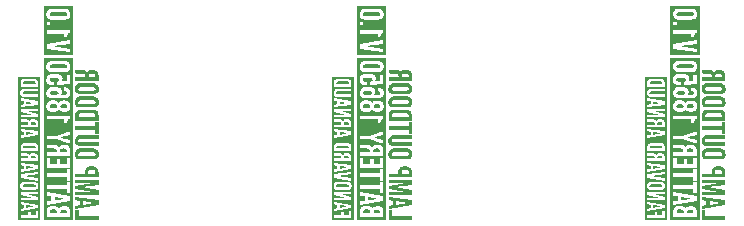
<source format=gbr>
%TF.GenerationSoftware,KiCad,Pcbnew,8.0.5*%
%TF.CreationDate,2025-01-30T01:50:55+01:00*%
%TF.ProjectId,LAMP_OUTDOOR_BATTERY_PANEL,4c414d50-5f4f-4555-9444-4f4f525f4241,rev?*%
%TF.SameCoordinates,Original*%
%TF.FileFunction,Legend,Bot*%
%TF.FilePolarity,Positive*%
%FSLAX46Y46*%
G04 Gerber Fmt 4.6, Leading zero omitted, Abs format (unit mm)*
G04 Created by KiCad (PCBNEW 8.0.5) date 2025-01-30 01:50:55*
%MOMM*%
%LPD*%
G01*
G04 APERTURE LIST*
%ADD10C,0.100000*%
G04 APERTURE END LIST*
D10*
G36*
X150210956Y-94280264D02*
G01*
X150294075Y-94317787D01*
X150340357Y-94409554D01*
X150345366Y-94470195D01*
X150345366Y-94486803D01*
X150345366Y-94606971D01*
X149751367Y-94606971D01*
X149751367Y-94430628D01*
X149775273Y-94332625D01*
X149793866Y-94310460D01*
X149887708Y-94274472D01*
X149941877Y-94271381D01*
X150110404Y-94271381D01*
X150210956Y-94280264D01*
G37*
G36*
X151050360Y-94312771D02*
G01*
X151109357Y-94339769D01*
X151156489Y-94429914D01*
X151158206Y-94458960D01*
X151158206Y-94606971D01*
X150626734Y-94606971D01*
X150626734Y-94486803D01*
X150645815Y-94389526D01*
X150675582Y-94348562D01*
X150768096Y-94307639D01*
X150839225Y-94302156D01*
X150951577Y-94302156D01*
X151050360Y-94312771D01*
G37*
G36*
X151086399Y-93347166D02*
G01*
X151086399Y-93352540D01*
X150126524Y-93486873D01*
X150126524Y-93209902D01*
X151086399Y-93347166D01*
G37*
G36*
X151057133Y-89119166D02*
G01*
X151110334Y-89145212D01*
X151156523Y-89235035D01*
X151158206Y-89263914D01*
X151158206Y-89403621D01*
X150595471Y-89403621D01*
X150595471Y-89291758D01*
X150614170Y-89194481D01*
X150643342Y-89153517D01*
X150733943Y-89112594D01*
X150803565Y-89107110D01*
X150955484Y-89107110D01*
X151057133Y-89119166D01*
G37*
G36*
X150232060Y-85355130D02*
G01*
X150314523Y-85409304D01*
X150345152Y-85504576D01*
X150345366Y-85515275D01*
X150319449Y-85614005D01*
X150232060Y-85674970D01*
X150126036Y-85688688D01*
X149939434Y-85688688D01*
X149833410Y-85674970D01*
X149750947Y-85620948D01*
X149720318Y-85525944D01*
X149720104Y-85515275D01*
X149746021Y-85416267D01*
X149833410Y-85355130D01*
X149939434Y-85341374D01*
X150126036Y-85341374D01*
X150232060Y-85355130D01*
G37*
G36*
X151084995Y-85365477D02*
G01*
X151165572Y-85422664D01*
X151189469Y-85515275D01*
X151161030Y-85614102D01*
X151075713Y-85667316D01*
X150987236Y-85677452D01*
X150828967Y-85677452D01*
X150731208Y-85664624D01*
X150650630Y-85607608D01*
X150626734Y-85515275D01*
X150655173Y-85416151D01*
X150740490Y-85362776D01*
X150828967Y-85352609D01*
X150987236Y-85352609D01*
X151084995Y-85365477D01*
G37*
G36*
X150376679Y-84243178D02*
G01*
X150454730Y-84309894D01*
X150470418Y-84386873D01*
X150442529Y-84484212D01*
X150358860Y-84536625D01*
X150272093Y-84546608D01*
X149915498Y-84546608D01*
X149812459Y-84531009D01*
X149735560Y-84464089D01*
X149720104Y-84386873D01*
X149747581Y-84289832D01*
X149839363Y-84235247D01*
X149915498Y-84227627D01*
X150272093Y-84227627D01*
X150376679Y-84243178D01*
G37*
G36*
X151097346Y-82012312D02*
G01*
X151174052Y-82079232D01*
X151189469Y-82156448D01*
X151162061Y-82253488D01*
X151070508Y-82308074D01*
X150994563Y-82315694D01*
X149915010Y-82315694D01*
X149812228Y-82300142D01*
X149735522Y-82233427D01*
X149720104Y-82156448D01*
X149747513Y-82059109D01*
X149839065Y-82004356D01*
X149915010Y-81996713D01*
X150994563Y-81996713D01*
X151097346Y-82012312D01*
G37*
G36*
X151693059Y-95137427D02*
G01*
X149216514Y-95137427D01*
X149216514Y-94430628D01*
X149470000Y-94430628D01*
X149470000Y-94915205D01*
X151439574Y-94915205D01*
X151439574Y-94450167D01*
X151434174Y-94352260D01*
X151414780Y-94255479D01*
X151370702Y-94157171D01*
X151326734Y-94103342D01*
X151244636Y-94045640D01*
X151150436Y-94011980D01*
X151050548Y-93996593D01*
X150980397Y-93993921D01*
X150900286Y-93993921D01*
X150801194Y-93999751D01*
X150701350Y-94021673D01*
X150649204Y-94043258D01*
X150565917Y-94105052D01*
X150509497Y-94192735D01*
X150504124Y-94192735D01*
X150457985Y-94103276D01*
X150376004Y-94027943D01*
X150278674Y-93985567D01*
X150176235Y-93966734D01*
X150098192Y-93963147D01*
X149931618Y-93963147D01*
X149825709Y-93970596D01*
X149722544Y-93996785D01*
X149627767Y-94048000D01*
X149588213Y-94082337D01*
X149525874Y-94167355D01*
X149489509Y-94262388D01*
X149472886Y-94361588D01*
X149470000Y-94430628D01*
X149216514Y-94430628D01*
X149216514Y-93117578D01*
X149470000Y-93117578D01*
X149845157Y-93173265D01*
X149845157Y-93486873D01*
X149845157Y-93523510D01*
X149470000Y-93579685D01*
X149470000Y-93864961D01*
X151439574Y-93545980D01*
X151439574Y-93128813D01*
X149470000Y-92809344D01*
X149470000Y-93117578D01*
X149216514Y-93117578D01*
X149216514Y-92242700D01*
X149470000Y-92242700D01*
X149470000Y-92550446D01*
X151158206Y-92550446D01*
X151158206Y-92872358D01*
X151439574Y-92872358D01*
X151439574Y-91920300D01*
X151158206Y-91920300D01*
X151158206Y-92242700D01*
X149470000Y-92242700D01*
X149216514Y-92242700D01*
X149216514Y-91197341D01*
X149470000Y-91197341D01*
X149470000Y-91505087D01*
X151158206Y-91505087D01*
X151158206Y-91826999D01*
X151439574Y-91826999D01*
X151439574Y-90874940D01*
X151158206Y-90874940D01*
X151158206Y-91197341D01*
X149470000Y-91197341D01*
X149216514Y-91197341D01*
X149216514Y-90727906D01*
X149470000Y-90727906D01*
X151439574Y-90727906D01*
X151439574Y-89887711D01*
X151158206Y-89887711D01*
X151158206Y-90419672D01*
X150626734Y-90419672D01*
X150626734Y-89997131D01*
X150345366Y-89997131D01*
X150345366Y-90419672D01*
X149751367Y-90419672D01*
X149751367Y-89887711D01*
X149470000Y-89887711D01*
X149470000Y-90727906D01*
X149216514Y-90727906D01*
X149216514Y-89076336D01*
X149470000Y-89076336D01*
X149559881Y-89098806D01*
X149661272Y-89103844D01*
X149711800Y-89104180D01*
X150072302Y-89104180D01*
X150174657Y-89112501D01*
X150260369Y-89147655D01*
X150308855Y-89237217D01*
X150313594Y-89291758D01*
X150314103Y-89297620D01*
X150314103Y-89403621D01*
X149470000Y-89403621D01*
X149470000Y-89711856D01*
X151439574Y-89711856D01*
X151439574Y-89255610D01*
X151434244Y-89157513D01*
X151415102Y-89060571D01*
X151371596Y-88962149D01*
X151328199Y-88908297D01*
X151246855Y-88850594D01*
X151153578Y-88816935D01*
X151054705Y-88801547D01*
X150985282Y-88798876D01*
X150864138Y-88798876D01*
X150756684Y-88805969D01*
X150651421Y-88832172D01*
X150557624Y-88885760D01*
X150492098Y-88964567D01*
X150474815Y-89000621D01*
X150469441Y-89000621D01*
X150422386Y-88910239D01*
X150344419Y-88848837D01*
X150331688Y-88842840D01*
X150235621Y-88812794D01*
X150136325Y-88799334D01*
X150053740Y-88796434D01*
X149708381Y-88796434D01*
X149607861Y-88793894D01*
X149572093Y-88791060D01*
X149476294Y-88765472D01*
X149470000Y-88762728D01*
X149470000Y-89076336D01*
X149216514Y-89076336D01*
X149216514Y-88038792D01*
X149470000Y-88038792D01*
X149470000Y-88346538D01*
X150296517Y-88346538D01*
X151439574Y-88718764D01*
X151439574Y-88391479D01*
X150698541Y-88181430D01*
X150698541Y-88175568D01*
X151439574Y-87966008D01*
X151439574Y-87666078D01*
X150296517Y-88038792D01*
X149470000Y-88038792D01*
X149216514Y-88038792D01*
X149216514Y-86648562D01*
X149470000Y-86648562D01*
X150970628Y-86648562D01*
X150970628Y-86970474D01*
X151189469Y-86970474D01*
X151193178Y-86872255D01*
X151207924Y-86774833D01*
X151211939Y-86759448D01*
X151254695Y-86668397D01*
X151287166Y-86631953D01*
X151371430Y-86576693D01*
X151439574Y-86547934D01*
X151439574Y-86340816D01*
X149470000Y-86340816D01*
X149470000Y-86648562D01*
X149216514Y-86648562D01*
X149216514Y-85515275D01*
X149438736Y-85515275D01*
X149446491Y-85624604D01*
X149469755Y-85720561D01*
X149514466Y-85812529D01*
X149562812Y-85872358D01*
X149641298Y-85932572D01*
X149737173Y-85973080D01*
X149836992Y-85992543D01*
X149920872Y-85996922D01*
X150093307Y-85996922D01*
X150195592Y-85990259D01*
X150291671Y-85968002D01*
X150337062Y-85949539D01*
X150420474Y-85891779D01*
X150481088Y-85814629D01*
X150491912Y-85795177D01*
X150497773Y-85795177D01*
X150557730Y-85875499D01*
X150641795Y-85936330D01*
X150647739Y-85939281D01*
X150741946Y-85971004D01*
X150847340Y-85984554D01*
X150892470Y-85985687D01*
X150975512Y-85985687D01*
X151075259Y-85979867D01*
X151176032Y-85958961D01*
X151272542Y-85917268D01*
X151343342Y-85864054D01*
X151404973Y-85787092D01*
X151446434Y-85693592D01*
X151466355Y-85596597D01*
X151470837Y-85515275D01*
X151462868Y-85408297D01*
X151434854Y-85303711D01*
X151386670Y-85215818D01*
X151343342Y-85166496D01*
X151262937Y-85107699D01*
X151164602Y-85068145D01*
X151062142Y-85049140D01*
X150976001Y-85044863D01*
X150892958Y-85044863D01*
X150792014Y-85051544D01*
X150689959Y-85076224D01*
X150594048Y-85126699D01*
X150520241Y-85200926D01*
X150498262Y-85234884D01*
X150492889Y-85234884D01*
X150435507Y-85153353D01*
X150355765Y-85090899D01*
X150337550Y-85081500D01*
X150242328Y-85048775D01*
X150138000Y-85034797D01*
X150093796Y-85033628D01*
X149920872Y-85033628D01*
X149810749Y-85041413D01*
X149714364Y-85064769D01*
X149622354Y-85109656D01*
X149562812Y-85158192D01*
X149502834Y-85236799D01*
X149462485Y-85332484D01*
X149443098Y-85431876D01*
X149438736Y-85515275D01*
X149216514Y-85515275D01*
X149216514Y-84386873D01*
X149438736Y-84386873D01*
X149446857Y-84493790D01*
X149475408Y-84598161D01*
X149524515Y-84685685D01*
X149568674Y-84734675D01*
X149650225Y-84792764D01*
X149748702Y-84831842D01*
X149850444Y-84850618D01*
X149935526Y-84854842D01*
X150956950Y-84854842D01*
X151077392Y-84847492D01*
X151181775Y-84825442D01*
X151289672Y-84777206D01*
X151372476Y-84706001D01*
X151430188Y-84611827D01*
X151462807Y-84494684D01*
X151470837Y-84384431D01*
X151462899Y-84279009D01*
X151434992Y-84176395D01*
X151386993Y-84090704D01*
X151343831Y-84042979D01*
X151263932Y-83986071D01*
X151166568Y-83947788D01*
X151065359Y-83929393D01*
X150980397Y-83925254D01*
X150944249Y-83925254D01*
X150944249Y-84216392D01*
X150999448Y-84216392D01*
X151099655Y-84231943D01*
X151174438Y-84298659D01*
X151189469Y-84375638D01*
X151164533Y-84473953D01*
X151136713Y-84504598D01*
X151039283Y-84540700D01*
X150950600Y-84546608D01*
X150578374Y-84546608D01*
X150578374Y-84541235D01*
X150662201Y-84486074D01*
X150723166Y-84403031D01*
X150749076Y-84308715D01*
X150751786Y-84260844D01*
X150737991Y-84155177D01*
X150691474Y-84061628D01*
X150635038Y-84006343D01*
X150542306Y-83956839D01*
X150447887Y-83931620D01*
X150349945Y-83920751D01*
X150296029Y-83919392D01*
X149939923Y-83919392D01*
X149840393Y-83925166D01*
X149739353Y-83945904D01*
X149641885Y-83987261D01*
X149569651Y-84040048D01*
X149506367Y-84116066D01*
X149463794Y-84208931D01*
X149443339Y-84305620D01*
X149438736Y-84386873D01*
X149216514Y-84386873D01*
X149216514Y-83270195D01*
X149438736Y-83270195D01*
X149446644Y-83375647D01*
X149474443Y-83478369D01*
X149522258Y-83564244D01*
X149565254Y-83612135D01*
X149645389Y-83668807D01*
X149742912Y-83706932D01*
X149844197Y-83725250D01*
X149929176Y-83729371D01*
X150082561Y-83729371D01*
X150082561Y-83438234D01*
X149908171Y-83438234D01*
X149808995Y-83422635D01*
X149734981Y-83355715D01*
X149720104Y-83278499D01*
X149746551Y-83181458D01*
X149834891Y-83126873D01*
X149908171Y-83119253D01*
X150341946Y-83119253D01*
X150442668Y-83134804D01*
X150517836Y-83201520D01*
X150532944Y-83278499D01*
X150504918Y-83375838D01*
X150420837Y-83428251D01*
X150333642Y-83438234D01*
X150333642Y-83729371D01*
X151439574Y-83673684D01*
X151439574Y-82861332D01*
X151158206Y-82861332D01*
X151158206Y-83399155D01*
X150669232Y-83424068D01*
X150669232Y-83418695D01*
X150745739Y-83355335D01*
X150797169Y-83264812D01*
X150814170Y-83163584D01*
X150814312Y-83152470D01*
X150803149Y-83055412D01*
X150760285Y-82959974D01*
X150700006Y-82897969D01*
X150609520Y-82848465D01*
X150506022Y-82821293D01*
X150408661Y-82811783D01*
X150368813Y-82811018D01*
X149928688Y-82811018D01*
X149830487Y-82816652D01*
X149731080Y-82836886D01*
X149635596Y-82877239D01*
X149565254Y-82928743D01*
X149498536Y-83012673D01*
X149459617Y-83105912D01*
X149441825Y-83202868D01*
X149438736Y-83270195D01*
X149216514Y-83270195D01*
X149216514Y-82156448D01*
X149438736Y-82156448D01*
X149446857Y-82263151D01*
X149475408Y-82367355D01*
X149524515Y-82454788D01*
X149568674Y-82503761D01*
X149650225Y-82561850D01*
X149748702Y-82600928D01*
X149850444Y-82619704D01*
X149935526Y-82623928D01*
X150974047Y-82623928D01*
X151072578Y-82618178D01*
X151172649Y-82597524D01*
X151269245Y-82556334D01*
X151340900Y-82503761D01*
X151403711Y-82427507D01*
X151445966Y-82334483D01*
X151466269Y-82237717D01*
X151470837Y-82156448D01*
X151462716Y-82049561D01*
X151434165Y-81945297D01*
X151385058Y-81857958D01*
X151340900Y-81809134D01*
X151259348Y-81750809D01*
X151160872Y-81711573D01*
X151059129Y-81692720D01*
X150974047Y-81688478D01*
X149935526Y-81688478D01*
X149836995Y-81694252D01*
X149736924Y-81714990D01*
X149640328Y-81756347D01*
X149568674Y-81809134D01*
X149505862Y-81885191D01*
X149463607Y-81978171D01*
X149443305Y-82075029D01*
X149438736Y-82156448D01*
X149216514Y-82156448D01*
X149216514Y-81466256D01*
X151693059Y-81466256D01*
X151693059Y-95137427D01*
G37*
G36*
X153851351Y-95137427D02*
G01*
X153851351Y-94829193D01*
X152163144Y-94829193D01*
X152163144Y-94322633D01*
X151881777Y-94322633D01*
X151881777Y-95137427D01*
X153851351Y-95137427D01*
G37*
G36*
X153851351Y-93509305D02*
G01*
X153851351Y-93926471D01*
X151881777Y-94245452D01*
X151881777Y-93960177D01*
X152256934Y-93904001D01*
X152256934Y-93867365D01*
X152538301Y-93867365D01*
X153498176Y-93733031D01*
X153498176Y-93727658D01*
X152538301Y-93590393D01*
X152538301Y-93867365D01*
X152256934Y-93867365D01*
X152256934Y-93553757D01*
X151881777Y-93498069D01*
X151881777Y-93189835D01*
X153851351Y-93509305D01*
G37*
G36*
X153851351Y-93042801D02*
G01*
X153851351Y-92603164D01*
X152433765Y-92407281D01*
X152433765Y-92401419D01*
X153851351Y-92205536D01*
X153851351Y-91765899D01*
X151881777Y-91765899D01*
X151881777Y-92057037D01*
X153352118Y-92057037D01*
X153352118Y-92062898D01*
X151881777Y-92286625D01*
X151881777Y-92544545D01*
X153352118Y-92768272D01*
X153352118Y-92774134D01*
X151881777Y-92774134D01*
X151881777Y-93042801D01*
X153851351Y-93042801D01*
G37*
G36*
X153440461Y-90626134D02*
G01*
X153542844Y-90642277D01*
X153640947Y-90677589D01*
X153728741Y-90738125D01*
X153764063Y-90776801D01*
X153816747Y-90870968D01*
X153843688Y-90974888D01*
X153851351Y-91082508D01*
X153851351Y-91536311D01*
X151881777Y-91536311D01*
X151881777Y-91228076D01*
X152694617Y-91228076D01*
X152694617Y-91082508D01*
X152975984Y-91082508D01*
X152975984Y-91228076D01*
X153569983Y-91228076D01*
X153569983Y-91082508D01*
X153568969Y-91059918D01*
X153528462Y-90969667D01*
X153485213Y-90944998D01*
X153387778Y-90931566D01*
X153158190Y-90931566D01*
X153112211Y-90933947D01*
X153017506Y-90969667D01*
X153001327Y-90987923D01*
X152975984Y-91082508D01*
X152694617Y-91082508D01*
X152697610Y-91013564D01*
X152714852Y-90914913D01*
X152752569Y-90821082D01*
X152817227Y-90738125D01*
X152885676Y-90687903D01*
X152979760Y-90648554D01*
X153078571Y-90628824D01*
X153176752Y-90623331D01*
X153369215Y-90623331D01*
X153440461Y-90626134D01*
G37*
G36*
X153470906Y-89099590D02*
G01*
X153572649Y-89118442D01*
X153671125Y-89157679D01*
X153752677Y-89216004D01*
X153796835Y-89264828D01*
X153845942Y-89352167D01*
X153874493Y-89456430D01*
X153882614Y-89563317D01*
X153878046Y-89644587D01*
X153857743Y-89741353D01*
X153815488Y-89834377D01*
X153752677Y-89910630D01*
X153681022Y-89963204D01*
X153584426Y-90004394D01*
X153484355Y-90025048D01*
X153385824Y-90030798D01*
X152347303Y-90030798D01*
X152262221Y-90026573D01*
X152160479Y-90007797D01*
X152062002Y-89968719D01*
X151980451Y-89910630D01*
X151936292Y-89861658D01*
X151887185Y-89774224D01*
X151858634Y-89670021D01*
X151850513Y-89563317D01*
X152131881Y-89563317D01*
X152147299Y-89640297D01*
X152224005Y-89707012D01*
X152326787Y-89722563D01*
X153406340Y-89722563D01*
X153482285Y-89714943D01*
X153573838Y-89660358D01*
X153601246Y-89563317D01*
X153585829Y-89486102D01*
X153509123Y-89419181D01*
X153406340Y-89403582D01*
X152326787Y-89403582D01*
X152250842Y-89411226D01*
X152159290Y-89465979D01*
X152131881Y-89563317D01*
X151850513Y-89563317D01*
X151855082Y-89481898D01*
X151875384Y-89385041D01*
X151917639Y-89292060D01*
X151980451Y-89216004D01*
X152052105Y-89163217D01*
X152148701Y-89121859D01*
X152248772Y-89101121D01*
X152347303Y-89095348D01*
X153385824Y-89095348D01*
X153470906Y-89099590D01*
G37*
G36*
X151850513Y-88440777D02*
G01*
X151858512Y-88546015D01*
X151886634Y-88648570D01*
X151935002Y-88734355D01*
X151978497Y-88782228D01*
X152059533Y-88839137D01*
X152158112Y-88877420D01*
X152260465Y-88895815D01*
X152346326Y-88899954D01*
X153851351Y-88899954D01*
X153851351Y-88591719D01*
X152323368Y-88591719D01*
X152222924Y-88577426D01*
X152176822Y-88551175D01*
X152133461Y-88462072D01*
X152131881Y-88434915D01*
X152159311Y-88338542D01*
X152176822Y-88319144D01*
X152270894Y-88281357D01*
X152323368Y-88278111D01*
X153851351Y-88278111D01*
X153851351Y-87981600D01*
X152346326Y-87981600D01*
X152246913Y-87987234D01*
X152146293Y-88007468D01*
X152049663Y-88047821D01*
X151978497Y-88099325D01*
X151911005Y-88183045D01*
X151871636Y-88276258D01*
X151853638Y-88373322D01*
X151850513Y-88440777D01*
G37*
G36*
X153569983Y-87522424D02*
G01*
X153569983Y-87844336D01*
X153851351Y-87844336D01*
X153851351Y-86892277D01*
X153569983Y-86892277D01*
X153569983Y-87214678D01*
X151881777Y-87214678D01*
X151881777Y-87522424D01*
X153569983Y-87522424D01*
G37*
G36*
X153436651Y-85818457D02*
G01*
X153539874Y-85834600D01*
X153638776Y-85869913D01*
X153727275Y-85930449D01*
X153769442Y-85977533D01*
X153816333Y-86063292D01*
X153843596Y-86167212D01*
X153851351Y-86274831D01*
X153851351Y-86745243D01*
X151881777Y-86745243D01*
X151881777Y-86280205D01*
X152163144Y-86280205D01*
X152163144Y-86437009D01*
X153569983Y-86437009D01*
X153569983Y-86280205D01*
X153568403Y-86253214D01*
X153525042Y-86164434D01*
X153479176Y-86137867D01*
X153378497Y-86123401D01*
X152354631Y-86123401D01*
X152301960Y-86126647D01*
X152208085Y-86164434D01*
X152190574Y-86183831D01*
X152163144Y-86280205D01*
X151881777Y-86280205D01*
X151881777Y-86274831D01*
X151884794Y-86205888D01*
X151902173Y-86107236D01*
X151940191Y-86013406D01*
X152005363Y-85930449D01*
X152074576Y-85880227D01*
X152169591Y-85840878D01*
X152269296Y-85821148D01*
X152368308Y-85815655D01*
X153364819Y-85815655D01*
X153436651Y-85818457D01*
G37*
G36*
X153470906Y-84701264D02*
G01*
X153572649Y-84720117D01*
X153671125Y-84759354D01*
X153752677Y-84817679D01*
X153796835Y-84866502D01*
X153845942Y-84953842D01*
X153874493Y-85058105D01*
X153882614Y-85164992D01*
X153878046Y-85246262D01*
X153857743Y-85343028D01*
X153815488Y-85436051D01*
X153752677Y-85512305D01*
X153681022Y-85564879D01*
X153584426Y-85606069D01*
X153484355Y-85626723D01*
X153385824Y-85632473D01*
X152347303Y-85632473D01*
X152262221Y-85628248D01*
X152160479Y-85609472D01*
X152062002Y-85570394D01*
X151980451Y-85512305D01*
X151936292Y-85463333D01*
X151887185Y-85375899D01*
X151858634Y-85271696D01*
X151850513Y-85164992D01*
X152131881Y-85164992D01*
X152147299Y-85241971D01*
X152224005Y-85308687D01*
X152326787Y-85324238D01*
X153406340Y-85324238D01*
X153482285Y-85316618D01*
X153573838Y-85262033D01*
X153601246Y-85164992D01*
X153585829Y-85087776D01*
X153509123Y-85020856D01*
X153406340Y-85005257D01*
X152326787Y-85005257D01*
X152250842Y-85012901D01*
X152159290Y-85067654D01*
X152131881Y-85164992D01*
X151850513Y-85164992D01*
X151855082Y-85083573D01*
X151875384Y-84986716D01*
X151917639Y-84893735D01*
X151980451Y-84817679D01*
X152052105Y-84764892D01*
X152148701Y-84723534D01*
X152248772Y-84702796D01*
X152347303Y-84697023D01*
X153385824Y-84697023D01*
X153470906Y-84701264D01*
G37*
G36*
X153470906Y-83581655D02*
G01*
X153572649Y-83600508D01*
X153671125Y-83639744D01*
X153752677Y-83698069D01*
X153796835Y-83746893D01*
X153845942Y-83834232D01*
X153874493Y-83938496D01*
X153882614Y-84045383D01*
X153878046Y-84126653D01*
X153857743Y-84223419D01*
X153815488Y-84316442D01*
X153752677Y-84392696D01*
X153681022Y-84445269D01*
X153584426Y-84486460D01*
X153484355Y-84507113D01*
X153385824Y-84512864D01*
X152347303Y-84512864D01*
X152262221Y-84508639D01*
X152160479Y-84489863D01*
X152062002Y-84450785D01*
X151980451Y-84392696D01*
X151936292Y-84343723D01*
X151887185Y-84256290D01*
X151858634Y-84152086D01*
X151850513Y-84045383D01*
X152131881Y-84045383D01*
X152147299Y-84122362D01*
X152224005Y-84189078D01*
X152326787Y-84204629D01*
X153406340Y-84204629D01*
X153482285Y-84197009D01*
X153573838Y-84142423D01*
X153601246Y-84045383D01*
X153585829Y-83968167D01*
X153509123Y-83901247D01*
X153406340Y-83885648D01*
X152326787Y-83885648D01*
X152250842Y-83893291D01*
X152159290Y-83948044D01*
X152131881Y-84045383D01*
X151850513Y-84045383D01*
X151855082Y-83963964D01*
X151875384Y-83867106D01*
X151917639Y-83774126D01*
X151980451Y-83698069D01*
X152052105Y-83645282D01*
X152148701Y-83603925D01*
X152248772Y-83583187D01*
X152347303Y-83577413D01*
X153385824Y-83577413D01*
X153470906Y-83581655D01*
G37*
G36*
X151888071Y-82424400D02*
G01*
X151983870Y-82449988D01*
X152019638Y-82452822D01*
X152120158Y-82455362D01*
X152465517Y-82455362D01*
X152548102Y-82458262D01*
X152647398Y-82471722D01*
X152743465Y-82501768D01*
X152756196Y-82507765D01*
X152834163Y-82569167D01*
X152881218Y-82659549D01*
X152886592Y-82659549D01*
X152903875Y-82623495D01*
X152969401Y-82544688D01*
X153063198Y-82491100D01*
X153168461Y-82464897D01*
X153275915Y-82457804D01*
X153397059Y-82457804D01*
X153466482Y-82460476D01*
X153565355Y-82475863D01*
X153658632Y-82509523D01*
X153739976Y-82567225D01*
X153783373Y-82621077D01*
X153826879Y-82719499D01*
X153846021Y-82816441D01*
X153851351Y-82914538D01*
X153851351Y-83370784D01*
X151881777Y-83370784D01*
X151881777Y-83062549D01*
X152725880Y-83062549D01*
X152725880Y-82956548D01*
X152725371Y-82950686D01*
X153007248Y-82950686D01*
X153007248Y-83062549D01*
X153569983Y-83062549D01*
X153569983Y-82922843D01*
X153568300Y-82893963D01*
X153522111Y-82804141D01*
X153468910Y-82778094D01*
X153367261Y-82766039D01*
X153215342Y-82766039D01*
X153145720Y-82771522D01*
X153055119Y-82812445D01*
X153025947Y-82853409D01*
X153007248Y-82950686D01*
X152725371Y-82950686D01*
X152720632Y-82896146D01*
X152672146Y-82806583D01*
X152586434Y-82771429D01*
X152484079Y-82763108D01*
X152123577Y-82763108D01*
X152073049Y-82762772D01*
X151971658Y-82757734D01*
X151881777Y-82735264D01*
X151881777Y-82421656D01*
X151888071Y-82424400D01*
G37*
G36*
X151097346Y-77582033D02*
G01*
X151174052Y-77648953D01*
X151189469Y-77726168D01*
X151162061Y-77823209D01*
X151070508Y-77877795D01*
X150994563Y-77885415D01*
X149915010Y-77885415D01*
X149812228Y-77869863D01*
X149735522Y-77803148D01*
X149720104Y-77726168D01*
X149747513Y-77628830D01*
X149839065Y-77574077D01*
X149915010Y-77566434D01*
X150994563Y-77566434D01*
X151097346Y-77582033D01*
G37*
G36*
X151693059Y-81188516D02*
G01*
X149216514Y-81188516D01*
X149216514Y-80260921D01*
X149470000Y-80260921D01*
X149470000Y-80669783D01*
X151439574Y-80966294D01*
X151439574Y-80655617D01*
X149905240Y-80453872D01*
X149905240Y-80448499D01*
X151439574Y-80246755D01*
X151439574Y-79963921D01*
X149470000Y-80260921D01*
X149216514Y-80260921D01*
X149216514Y-79385066D01*
X149470000Y-79385066D01*
X150970628Y-79385066D01*
X150970628Y-79706978D01*
X151189469Y-79706978D01*
X151193178Y-79608759D01*
X151207924Y-79511336D01*
X151211939Y-79495952D01*
X151254695Y-79404901D01*
X151287166Y-79368457D01*
X151371430Y-79313197D01*
X151439574Y-79284438D01*
X151439574Y-79077320D01*
X149470000Y-79077320D01*
X149470000Y-79385066D01*
X149216514Y-79385066D01*
X149216514Y-78696789D01*
X149470000Y-78696789D01*
X149751367Y-78696789D01*
X149751367Y-78399790D01*
X149470000Y-78399790D01*
X149470000Y-78696789D01*
X149216514Y-78696789D01*
X149216514Y-77726168D01*
X149438736Y-77726168D01*
X149446857Y-77832872D01*
X149475408Y-77937075D01*
X149524515Y-78024509D01*
X149568674Y-78073482D01*
X149650225Y-78131570D01*
X149748702Y-78170648D01*
X149850444Y-78189425D01*
X149935526Y-78193649D01*
X150974047Y-78193649D01*
X151072578Y-78187899D01*
X151172649Y-78167245D01*
X151269245Y-78126055D01*
X151340900Y-78073482D01*
X151403711Y-77997228D01*
X151445966Y-77904204D01*
X151466269Y-77807438D01*
X151470837Y-77726168D01*
X151462716Y-77619282D01*
X151434165Y-77515018D01*
X151385058Y-77427679D01*
X151340900Y-77378855D01*
X151259348Y-77320530D01*
X151160872Y-77281293D01*
X151059129Y-77262441D01*
X150974047Y-77258199D01*
X149935526Y-77258199D01*
X149836995Y-77263973D01*
X149736924Y-77284710D01*
X149640328Y-77326068D01*
X149568674Y-77378855D01*
X149505862Y-77454911D01*
X149463607Y-77547892D01*
X149443305Y-77644750D01*
X149438736Y-77726168D01*
X149216514Y-77726168D01*
X149216514Y-77035977D01*
X151693059Y-77035977D01*
X151693059Y-81188516D01*
G37*
G36*
X148464077Y-94016870D02*
G01*
X148464077Y-94020900D01*
X147744171Y-94121650D01*
X147744171Y-93913922D01*
X148464077Y-94016870D01*
G37*
G36*
X148472287Y-92164508D02*
G01*
X148529817Y-92214698D01*
X148541380Y-92272610D01*
X148520823Y-92345390D01*
X148452159Y-92386329D01*
X148395200Y-92392044D01*
X147585535Y-92392044D01*
X147508449Y-92380381D01*
X147450919Y-92330344D01*
X147439356Y-92272610D01*
X147459912Y-92199606D01*
X147528577Y-92158541D01*
X147585535Y-92152809D01*
X148395200Y-92152809D01*
X148472287Y-92164508D01*
G37*
G36*
X148464077Y-90700541D02*
G01*
X148464077Y-90704571D01*
X147744171Y-90805321D01*
X147744171Y-90597592D01*
X148464077Y-90700541D01*
G37*
G36*
X148442128Y-89742381D02*
G01*
X148482029Y-89761915D01*
X148516670Y-89829282D01*
X148517932Y-89850942D01*
X148517932Y-89955722D01*
X148095881Y-89955722D01*
X148095881Y-89871825D01*
X148109906Y-89798867D01*
X148131784Y-89768143D01*
X148199735Y-89737452D01*
X148251952Y-89733339D01*
X148365891Y-89733339D01*
X148442128Y-89742381D01*
G37*
G36*
X148449827Y-88885797D02*
G01*
X148484227Y-88905722D01*
X148516747Y-88972307D01*
X148517932Y-88992550D01*
X148517932Y-89110153D01*
X147462803Y-89110153D01*
X147462803Y-88992550D01*
X147483376Y-88920270D01*
X147496509Y-88905722D01*
X147566915Y-88877382D01*
X147606418Y-88874947D01*
X148374318Y-88874947D01*
X148449827Y-88885797D01*
G37*
G36*
X148464077Y-87826779D02*
G01*
X148464077Y-87830809D01*
X147744171Y-87931559D01*
X147744171Y-87723831D01*
X148464077Y-87826779D01*
G37*
G36*
X148442128Y-86868619D02*
G01*
X148482029Y-86888154D01*
X148516670Y-86955521D01*
X148517932Y-86977180D01*
X148517932Y-87081961D01*
X148095881Y-87081961D01*
X148095881Y-86998063D01*
X148109906Y-86925105D01*
X148131784Y-86894382D01*
X148199735Y-86863690D01*
X148251952Y-86859578D01*
X148365891Y-86859578D01*
X148442128Y-86868619D01*
G37*
G36*
X148464077Y-85243178D02*
G01*
X148464077Y-85247208D01*
X147744171Y-85347959D01*
X147744171Y-85140230D01*
X148464077Y-85243178D01*
G37*
G36*
X148449827Y-83432831D02*
G01*
X148484227Y-83452756D01*
X148516747Y-83519341D01*
X148517932Y-83539585D01*
X148517932Y-83657187D01*
X147462803Y-83657187D01*
X147462803Y-83539585D01*
X147483376Y-83467304D01*
X147496509Y-83452756D01*
X147566915Y-83424416D01*
X147606418Y-83421982D01*
X148374318Y-83421982D01*
X148449827Y-83432831D01*
G37*
G36*
X148919073Y-95166126D02*
G01*
X147061663Y-95166126D01*
X147061663Y-94768283D01*
X147251778Y-94768283D01*
X147251778Y-94999459D01*
X148728958Y-94999459D01*
X148728958Y-94388363D01*
X148517932Y-94388363D01*
X148517932Y-94768283D01*
X148095881Y-94768283D01*
X148095881Y-94470429D01*
X147884855Y-94470429D01*
X147884855Y-94768283D01*
X147251778Y-94768283D01*
X147061663Y-94768283D01*
X147061663Y-93844679D01*
X147251778Y-93844679D01*
X147533145Y-93886444D01*
X147533145Y-94121650D01*
X147533145Y-94149127D01*
X147251778Y-94191259D01*
X147251778Y-94405216D01*
X148728958Y-94165980D01*
X148728958Y-93853105D01*
X147251778Y-93613503D01*
X147251778Y-93844679D01*
X147061663Y-93844679D01*
X147061663Y-93015963D01*
X147251778Y-93015963D01*
X148314967Y-93293300D01*
X148314967Y-93297330D01*
X147251778Y-93297330D01*
X147251778Y-93503227D01*
X148728958Y-93503227D01*
X148728958Y-93213433D01*
X147836495Y-92988852D01*
X147836495Y-92984455D01*
X148728958Y-92984455D01*
X148728958Y-92778559D01*
X147251778Y-92778559D01*
X147251778Y-93015963D01*
X147061663Y-93015963D01*
X147061663Y-92272610D01*
X147228330Y-92272610D01*
X147234421Y-92352637D01*
X147255834Y-92430790D01*
X147292664Y-92496365D01*
X147325783Y-92533095D01*
X147386947Y-92576661D01*
X147460804Y-92605970D01*
X147537111Y-92620052D01*
X147600923Y-92623220D01*
X148379813Y-92623220D01*
X148453712Y-92618908D01*
X148528765Y-92603417D01*
X148601212Y-92572525D01*
X148654953Y-92533095D01*
X148702061Y-92475904D01*
X148733752Y-92406137D01*
X148748979Y-92333562D01*
X148752406Y-92272610D01*
X148746315Y-92192445D01*
X148724902Y-92114247D01*
X148688071Y-92048742D01*
X148654953Y-92012125D01*
X148593789Y-91968381D01*
X148519932Y-91938953D01*
X148443625Y-91924814D01*
X148379813Y-91921633D01*
X147600923Y-91921633D01*
X147527024Y-91925963D01*
X147451971Y-91941516D01*
X147379524Y-91972534D01*
X147325783Y-92012125D01*
X147278675Y-92069167D01*
X147246983Y-92138902D01*
X147231756Y-92211546D01*
X147228330Y-92272610D01*
X147061663Y-92272610D01*
X147061663Y-91302843D01*
X147251778Y-91302843D01*
X147251778Y-91609490D01*
X148728958Y-91831873D01*
X148728958Y-91598866D01*
X147578208Y-91447557D01*
X147578208Y-91443527D01*
X148728958Y-91292219D01*
X148728958Y-91080094D01*
X147251778Y-91302843D01*
X147061663Y-91302843D01*
X147061663Y-90528349D01*
X147251778Y-90528349D01*
X147533145Y-90570115D01*
X147533145Y-90805321D01*
X147533145Y-90832798D01*
X147251778Y-90874930D01*
X147251778Y-91088887D01*
X148728958Y-90849651D01*
X148728958Y-90536776D01*
X147251778Y-90297173D01*
X147251778Y-90528349D01*
X147061663Y-90528349D01*
X147061663Y-89710258D01*
X147251778Y-89710258D01*
X147319189Y-89727111D01*
X147395232Y-89730889D01*
X147433128Y-89731141D01*
X147703505Y-89731141D01*
X147780271Y-89737382D01*
X147844555Y-89763747D01*
X147880919Y-89830919D01*
X147884473Y-89871825D01*
X147884855Y-89876221D01*
X147884855Y-89955722D01*
X147251778Y-89955722D01*
X147251778Y-90186898D01*
X148728958Y-90186898D01*
X148728958Y-89844714D01*
X148724961Y-89771141D01*
X148710604Y-89698434D01*
X148677975Y-89624618D01*
X148645427Y-89584229D01*
X148584419Y-89540952D01*
X148514461Y-89515707D01*
X148440307Y-89504167D01*
X148388239Y-89502163D01*
X148297381Y-89502163D01*
X148216791Y-89507482D01*
X148137843Y-89527135D01*
X148067496Y-89567326D01*
X148018351Y-89626431D01*
X148005389Y-89653471D01*
X148001359Y-89653471D01*
X147966068Y-89585685D01*
X147907592Y-89539634D01*
X147898044Y-89535136D01*
X147825994Y-89512601D01*
X147751521Y-89502506D01*
X147689583Y-89500331D01*
X147430563Y-89500331D01*
X147355174Y-89498426D01*
X147328348Y-89496301D01*
X147256499Y-89477110D01*
X147251778Y-89475052D01*
X147251778Y-89710258D01*
X147061663Y-89710258D01*
X147061663Y-88988520D01*
X147251778Y-88988520D01*
X147251778Y-88992550D01*
X147251778Y-89341329D01*
X148728958Y-89341329D01*
X148728958Y-88988520D01*
X148723142Y-88907806D01*
X148702695Y-88829866D01*
X148667526Y-88765546D01*
X148635902Y-88730233D01*
X148569527Y-88684832D01*
X148495351Y-88658347D01*
X148417934Y-88646240D01*
X148364059Y-88644138D01*
X147616676Y-88644138D01*
X147542417Y-88648258D01*
X147467639Y-88663055D01*
X147396377Y-88692567D01*
X147344468Y-88730233D01*
X147295588Y-88792451D01*
X147267075Y-88862824D01*
X147254040Y-88936812D01*
X147251778Y-88988520D01*
X147061663Y-88988520D01*
X147061663Y-87654588D01*
X147251778Y-87654588D01*
X147533145Y-87696354D01*
X147533145Y-87931559D01*
X147533145Y-87959037D01*
X147251778Y-88001169D01*
X147251778Y-88215125D01*
X148728958Y-87975889D01*
X148728958Y-87663014D01*
X147251778Y-87423412D01*
X147251778Y-87654588D01*
X147061663Y-87654588D01*
X147061663Y-86836497D01*
X147251778Y-86836497D01*
X147319189Y-86853349D01*
X147395232Y-86857127D01*
X147433128Y-86857379D01*
X147703505Y-86857379D01*
X147780271Y-86863620D01*
X147844555Y-86889986D01*
X147880919Y-86957158D01*
X147884473Y-86998063D01*
X147884855Y-87002460D01*
X147884855Y-87081961D01*
X147251778Y-87081961D01*
X147251778Y-87313136D01*
X148728958Y-87313136D01*
X148728958Y-86970952D01*
X148724961Y-86897379D01*
X148710604Y-86824673D01*
X148677975Y-86750856D01*
X148645427Y-86710467D01*
X148584419Y-86667190D01*
X148514461Y-86641946D01*
X148440307Y-86630405D01*
X148388239Y-86628402D01*
X148297381Y-86628402D01*
X148216791Y-86633721D01*
X148137843Y-86653373D01*
X148067496Y-86693565D01*
X148018351Y-86752670D01*
X148005389Y-86779710D01*
X148001359Y-86779710D01*
X147966068Y-86711924D01*
X147907592Y-86665872D01*
X147898044Y-86661374D01*
X147825994Y-86638840D01*
X147751521Y-86628745D01*
X147689583Y-86626570D01*
X147430563Y-86626570D01*
X147355174Y-86624665D01*
X147328348Y-86622540D01*
X147256499Y-86603349D01*
X147251778Y-86601291D01*
X147251778Y-86836497D01*
X147061663Y-86836497D01*
X147061663Y-85980303D01*
X147251778Y-85980303D01*
X148314967Y-86257641D01*
X148314967Y-86261671D01*
X147251778Y-86261671D01*
X147251778Y-86467568D01*
X148728958Y-86467568D01*
X148728958Y-86177774D01*
X147836495Y-85953192D01*
X147836495Y-85948796D01*
X148728958Y-85948796D01*
X148728958Y-85742899D01*
X147251778Y-85742899D01*
X147251778Y-85980303D01*
X147061663Y-85980303D01*
X147061663Y-85070987D01*
X147251778Y-85070987D01*
X147533145Y-85112753D01*
X147533145Y-85347959D01*
X147533145Y-85375436D01*
X147251778Y-85417568D01*
X147251778Y-85631524D01*
X148728958Y-85392289D01*
X148728958Y-85079414D01*
X147251778Y-84839811D01*
X147251778Y-85070987D01*
X147061663Y-85070987D01*
X147061663Y-84396511D01*
X147228330Y-84396511D01*
X147234329Y-84475439D01*
X147255420Y-84552355D01*
X147291697Y-84616694D01*
X147324318Y-84652599D01*
X147385095Y-84695280D01*
X147459029Y-84723993D01*
X147535794Y-84737789D01*
X147600190Y-84740893D01*
X148728958Y-84740893D01*
X148728958Y-84509717D01*
X147582971Y-84509717D01*
X147507638Y-84498997D01*
X147473062Y-84479309D01*
X147440541Y-84412482D01*
X147439356Y-84392114D01*
X147459928Y-84319834D01*
X147473062Y-84305286D01*
X147543616Y-84276946D01*
X147582971Y-84274511D01*
X148728958Y-84274511D01*
X148728958Y-84052128D01*
X147600190Y-84052128D01*
X147525630Y-84056353D01*
X147450165Y-84071529D01*
X147377692Y-84101793D01*
X147324318Y-84140422D01*
X147273699Y-84203212D01*
X147244172Y-84273121D01*
X147230674Y-84345919D01*
X147228330Y-84396511D01*
X147061663Y-84396511D01*
X147061663Y-83535555D01*
X147251778Y-83535555D01*
X147251778Y-83539585D01*
X147251778Y-83888363D01*
X148728958Y-83888363D01*
X148728958Y-83535555D01*
X148723142Y-83454840D01*
X148702695Y-83376900D01*
X148667526Y-83312580D01*
X148635902Y-83277268D01*
X148569527Y-83231866D01*
X148495351Y-83205381D01*
X148417934Y-83193274D01*
X148364059Y-83191172D01*
X147616676Y-83191172D01*
X147542417Y-83195292D01*
X147467639Y-83210090D01*
X147396377Y-83239601D01*
X147344468Y-83277268D01*
X147295588Y-83339485D01*
X147267075Y-83409858D01*
X147254040Y-83483847D01*
X147251778Y-83535555D01*
X147061663Y-83535555D01*
X147061663Y-83024505D01*
X148919073Y-83024505D01*
X148919073Y-95166126D01*
G37*
G36*
X176740656Y-94280264D02*
G01*
X176823775Y-94317787D01*
X176870057Y-94409554D01*
X176875066Y-94470195D01*
X176875066Y-94486803D01*
X176875066Y-94606971D01*
X176281067Y-94606971D01*
X176281067Y-94430628D01*
X176304973Y-94332625D01*
X176323566Y-94310460D01*
X176417408Y-94274472D01*
X176471577Y-94271381D01*
X176640104Y-94271381D01*
X176740656Y-94280264D01*
G37*
G36*
X177580060Y-94312771D02*
G01*
X177639057Y-94339769D01*
X177686189Y-94429914D01*
X177687906Y-94458960D01*
X177687906Y-94606971D01*
X177156434Y-94606971D01*
X177156434Y-94486803D01*
X177175515Y-94389526D01*
X177205282Y-94348562D01*
X177297796Y-94307639D01*
X177368925Y-94302156D01*
X177481277Y-94302156D01*
X177580060Y-94312771D01*
G37*
G36*
X177616099Y-93347166D02*
G01*
X177616099Y-93352540D01*
X176656224Y-93486873D01*
X176656224Y-93209902D01*
X177616099Y-93347166D01*
G37*
G36*
X177586833Y-89119166D02*
G01*
X177640034Y-89145212D01*
X177686223Y-89235035D01*
X177687906Y-89263914D01*
X177687906Y-89403621D01*
X177125171Y-89403621D01*
X177125171Y-89291758D01*
X177143870Y-89194481D01*
X177173042Y-89153517D01*
X177263643Y-89112594D01*
X177333265Y-89107110D01*
X177485184Y-89107110D01*
X177586833Y-89119166D01*
G37*
G36*
X176761760Y-85355130D02*
G01*
X176844223Y-85409304D01*
X176874852Y-85504576D01*
X176875066Y-85515275D01*
X176849149Y-85614005D01*
X176761760Y-85674970D01*
X176655736Y-85688688D01*
X176469134Y-85688688D01*
X176363110Y-85674970D01*
X176280647Y-85620948D01*
X176250018Y-85525944D01*
X176249804Y-85515275D01*
X176275721Y-85416267D01*
X176363110Y-85355130D01*
X176469134Y-85341374D01*
X176655736Y-85341374D01*
X176761760Y-85355130D01*
G37*
G36*
X177614695Y-85365477D02*
G01*
X177695272Y-85422664D01*
X177719169Y-85515275D01*
X177690730Y-85614102D01*
X177605413Y-85667316D01*
X177516936Y-85677452D01*
X177358667Y-85677452D01*
X177260908Y-85664624D01*
X177180330Y-85607608D01*
X177156434Y-85515275D01*
X177184873Y-85416151D01*
X177270190Y-85362776D01*
X177358667Y-85352609D01*
X177516936Y-85352609D01*
X177614695Y-85365477D01*
G37*
G36*
X176906379Y-84243178D02*
G01*
X176984430Y-84309894D01*
X177000118Y-84386873D01*
X176972229Y-84484212D01*
X176888560Y-84536625D01*
X176801793Y-84546608D01*
X176445198Y-84546608D01*
X176342159Y-84531009D01*
X176265260Y-84464089D01*
X176249804Y-84386873D01*
X176277281Y-84289832D01*
X176369063Y-84235247D01*
X176445198Y-84227627D01*
X176801793Y-84227627D01*
X176906379Y-84243178D01*
G37*
G36*
X177627046Y-82012312D02*
G01*
X177703752Y-82079232D01*
X177719169Y-82156448D01*
X177691761Y-82253488D01*
X177600208Y-82308074D01*
X177524263Y-82315694D01*
X176444710Y-82315694D01*
X176341928Y-82300142D01*
X176265222Y-82233427D01*
X176249804Y-82156448D01*
X176277213Y-82059109D01*
X176368765Y-82004356D01*
X176444710Y-81996713D01*
X177524263Y-81996713D01*
X177627046Y-82012312D01*
G37*
G36*
X178222759Y-95137427D02*
G01*
X175746214Y-95137427D01*
X175746214Y-94430628D01*
X175999700Y-94430628D01*
X175999700Y-94915205D01*
X177969274Y-94915205D01*
X177969274Y-94450167D01*
X177963874Y-94352260D01*
X177944480Y-94255479D01*
X177900402Y-94157171D01*
X177856434Y-94103342D01*
X177774336Y-94045640D01*
X177680136Y-94011980D01*
X177580248Y-93996593D01*
X177510097Y-93993921D01*
X177429986Y-93993921D01*
X177330894Y-93999751D01*
X177231050Y-94021673D01*
X177178904Y-94043258D01*
X177095617Y-94105052D01*
X177039197Y-94192735D01*
X177033824Y-94192735D01*
X176987685Y-94103276D01*
X176905704Y-94027943D01*
X176808374Y-93985567D01*
X176705935Y-93966734D01*
X176627892Y-93963147D01*
X176461318Y-93963147D01*
X176355409Y-93970596D01*
X176252244Y-93996785D01*
X176157467Y-94048000D01*
X176117913Y-94082337D01*
X176055574Y-94167355D01*
X176019209Y-94262388D01*
X176002586Y-94361588D01*
X175999700Y-94430628D01*
X175746214Y-94430628D01*
X175746214Y-93117578D01*
X175999700Y-93117578D01*
X176374857Y-93173265D01*
X176374857Y-93486873D01*
X176374857Y-93523510D01*
X175999700Y-93579685D01*
X175999700Y-93864961D01*
X177969274Y-93545980D01*
X177969274Y-93128813D01*
X175999700Y-92809344D01*
X175999700Y-93117578D01*
X175746214Y-93117578D01*
X175746214Y-92242700D01*
X175999700Y-92242700D01*
X175999700Y-92550446D01*
X177687906Y-92550446D01*
X177687906Y-92872358D01*
X177969274Y-92872358D01*
X177969274Y-91920300D01*
X177687906Y-91920300D01*
X177687906Y-92242700D01*
X175999700Y-92242700D01*
X175746214Y-92242700D01*
X175746214Y-91197341D01*
X175999700Y-91197341D01*
X175999700Y-91505087D01*
X177687906Y-91505087D01*
X177687906Y-91826999D01*
X177969274Y-91826999D01*
X177969274Y-90874940D01*
X177687906Y-90874940D01*
X177687906Y-91197341D01*
X175999700Y-91197341D01*
X175746214Y-91197341D01*
X175746214Y-90727906D01*
X175999700Y-90727906D01*
X177969274Y-90727906D01*
X177969274Y-89887711D01*
X177687906Y-89887711D01*
X177687906Y-90419672D01*
X177156434Y-90419672D01*
X177156434Y-89997131D01*
X176875066Y-89997131D01*
X176875066Y-90419672D01*
X176281067Y-90419672D01*
X176281067Y-89887711D01*
X175999700Y-89887711D01*
X175999700Y-90727906D01*
X175746214Y-90727906D01*
X175746214Y-89076336D01*
X175999700Y-89076336D01*
X176089581Y-89098806D01*
X176190972Y-89103844D01*
X176241500Y-89104180D01*
X176602002Y-89104180D01*
X176704357Y-89112501D01*
X176790069Y-89147655D01*
X176838555Y-89237217D01*
X176843294Y-89291758D01*
X176843803Y-89297620D01*
X176843803Y-89403621D01*
X175999700Y-89403621D01*
X175999700Y-89711856D01*
X177969274Y-89711856D01*
X177969274Y-89255610D01*
X177963944Y-89157513D01*
X177944802Y-89060571D01*
X177901296Y-88962149D01*
X177857899Y-88908297D01*
X177776555Y-88850594D01*
X177683278Y-88816935D01*
X177584405Y-88801547D01*
X177514982Y-88798876D01*
X177393838Y-88798876D01*
X177286384Y-88805969D01*
X177181121Y-88832172D01*
X177087324Y-88885760D01*
X177021798Y-88964567D01*
X177004515Y-89000621D01*
X176999141Y-89000621D01*
X176952086Y-88910239D01*
X176874119Y-88848837D01*
X176861388Y-88842840D01*
X176765321Y-88812794D01*
X176666025Y-88799334D01*
X176583440Y-88796434D01*
X176238081Y-88796434D01*
X176137561Y-88793894D01*
X176101793Y-88791060D01*
X176005994Y-88765472D01*
X175999700Y-88762728D01*
X175999700Y-89076336D01*
X175746214Y-89076336D01*
X175746214Y-88038792D01*
X175999700Y-88038792D01*
X175999700Y-88346538D01*
X176826217Y-88346538D01*
X177969274Y-88718764D01*
X177969274Y-88391479D01*
X177228241Y-88181430D01*
X177228241Y-88175568D01*
X177969274Y-87966008D01*
X177969274Y-87666078D01*
X176826217Y-88038792D01*
X175999700Y-88038792D01*
X175746214Y-88038792D01*
X175746214Y-86648562D01*
X175999700Y-86648562D01*
X177500328Y-86648562D01*
X177500328Y-86970474D01*
X177719169Y-86970474D01*
X177722878Y-86872255D01*
X177737624Y-86774833D01*
X177741639Y-86759448D01*
X177784395Y-86668397D01*
X177816866Y-86631953D01*
X177901130Y-86576693D01*
X177969274Y-86547934D01*
X177969274Y-86340816D01*
X175999700Y-86340816D01*
X175999700Y-86648562D01*
X175746214Y-86648562D01*
X175746214Y-85515275D01*
X175968436Y-85515275D01*
X175976191Y-85624604D01*
X175999455Y-85720561D01*
X176044166Y-85812529D01*
X176092512Y-85872358D01*
X176170998Y-85932572D01*
X176266873Y-85973080D01*
X176366692Y-85992543D01*
X176450572Y-85996922D01*
X176623007Y-85996922D01*
X176725292Y-85990259D01*
X176821371Y-85968002D01*
X176866762Y-85949539D01*
X176950174Y-85891779D01*
X177010788Y-85814629D01*
X177021612Y-85795177D01*
X177027473Y-85795177D01*
X177087430Y-85875499D01*
X177171495Y-85936330D01*
X177177439Y-85939281D01*
X177271646Y-85971004D01*
X177377040Y-85984554D01*
X177422170Y-85985687D01*
X177505212Y-85985687D01*
X177604959Y-85979867D01*
X177705732Y-85958961D01*
X177802242Y-85917268D01*
X177873042Y-85864054D01*
X177934673Y-85787092D01*
X177976134Y-85693592D01*
X177996055Y-85596597D01*
X178000537Y-85515275D01*
X177992568Y-85408297D01*
X177964554Y-85303711D01*
X177916370Y-85215818D01*
X177873042Y-85166496D01*
X177792637Y-85107699D01*
X177694302Y-85068145D01*
X177591842Y-85049140D01*
X177505701Y-85044863D01*
X177422658Y-85044863D01*
X177321714Y-85051544D01*
X177219659Y-85076224D01*
X177123748Y-85126699D01*
X177049941Y-85200926D01*
X177027962Y-85234884D01*
X177022589Y-85234884D01*
X176965207Y-85153353D01*
X176885465Y-85090899D01*
X176867250Y-85081500D01*
X176772028Y-85048775D01*
X176667700Y-85034797D01*
X176623496Y-85033628D01*
X176450572Y-85033628D01*
X176340449Y-85041413D01*
X176244064Y-85064769D01*
X176152054Y-85109656D01*
X176092512Y-85158192D01*
X176032534Y-85236799D01*
X175992185Y-85332484D01*
X175972798Y-85431876D01*
X175968436Y-85515275D01*
X175746214Y-85515275D01*
X175746214Y-84386873D01*
X175968436Y-84386873D01*
X175976557Y-84493790D01*
X176005108Y-84598161D01*
X176054215Y-84685685D01*
X176098374Y-84734675D01*
X176179925Y-84792764D01*
X176278402Y-84831842D01*
X176380144Y-84850618D01*
X176465226Y-84854842D01*
X177486650Y-84854842D01*
X177607092Y-84847492D01*
X177711475Y-84825442D01*
X177819372Y-84777206D01*
X177902176Y-84706001D01*
X177959888Y-84611827D01*
X177992507Y-84494684D01*
X178000537Y-84384431D01*
X177992599Y-84279009D01*
X177964692Y-84176395D01*
X177916693Y-84090704D01*
X177873531Y-84042979D01*
X177793632Y-83986071D01*
X177696268Y-83947788D01*
X177595059Y-83929393D01*
X177510097Y-83925254D01*
X177473949Y-83925254D01*
X177473949Y-84216392D01*
X177529148Y-84216392D01*
X177629355Y-84231943D01*
X177704138Y-84298659D01*
X177719169Y-84375638D01*
X177694233Y-84473953D01*
X177666413Y-84504598D01*
X177568983Y-84540700D01*
X177480300Y-84546608D01*
X177108074Y-84546608D01*
X177108074Y-84541235D01*
X177191901Y-84486074D01*
X177252866Y-84403031D01*
X177278776Y-84308715D01*
X177281486Y-84260844D01*
X177267691Y-84155177D01*
X177221174Y-84061628D01*
X177164738Y-84006343D01*
X177072006Y-83956839D01*
X176977587Y-83931620D01*
X176879645Y-83920751D01*
X176825729Y-83919392D01*
X176469623Y-83919392D01*
X176370093Y-83925166D01*
X176269053Y-83945904D01*
X176171585Y-83987261D01*
X176099351Y-84040048D01*
X176036067Y-84116066D01*
X175993494Y-84208931D01*
X175973039Y-84305620D01*
X175968436Y-84386873D01*
X175746214Y-84386873D01*
X175746214Y-83270195D01*
X175968436Y-83270195D01*
X175976344Y-83375647D01*
X176004143Y-83478369D01*
X176051958Y-83564244D01*
X176094954Y-83612135D01*
X176175089Y-83668807D01*
X176272612Y-83706932D01*
X176373897Y-83725250D01*
X176458876Y-83729371D01*
X176612261Y-83729371D01*
X176612261Y-83438234D01*
X176437871Y-83438234D01*
X176338695Y-83422635D01*
X176264681Y-83355715D01*
X176249804Y-83278499D01*
X176276251Y-83181458D01*
X176364591Y-83126873D01*
X176437871Y-83119253D01*
X176871646Y-83119253D01*
X176972368Y-83134804D01*
X177047536Y-83201520D01*
X177062644Y-83278499D01*
X177034618Y-83375838D01*
X176950537Y-83428251D01*
X176863342Y-83438234D01*
X176863342Y-83729371D01*
X177969274Y-83673684D01*
X177969274Y-82861332D01*
X177687906Y-82861332D01*
X177687906Y-83399155D01*
X177198932Y-83424068D01*
X177198932Y-83418695D01*
X177275439Y-83355335D01*
X177326869Y-83264812D01*
X177343870Y-83163584D01*
X177344012Y-83152470D01*
X177332849Y-83055412D01*
X177289985Y-82959974D01*
X177229706Y-82897969D01*
X177139220Y-82848465D01*
X177035722Y-82821293D01*
X176938361Y-82811783D01*
X176898513Y-82811018D01*
X176458388Y-82811018D01*
X176360187Y-82816652D01*
X176260780Y-82836886D01*
X176165296Y-82877239D01*
X176094954Y-82928743D01*
X176028236Y-83012673D01*
X175989317Y-83105912D01*
X175971525Y-83202868D01*
X175968436Y-83270195D01*
X175746214Y-83270195D01*
X175746214Y-82156448D01*
X175968436Y-82156448D01*
X175976557Y-82263151D01*
X176005108Y-82367355D01*
X176054215Y-82454788D01*
X176098374Y-82503761D01*
X176179925Y-82561850D01*
X176278402Y-82600928D01*
X176380144Y-82619704D01*
X176465226Y-82623928D01*
X177503747Y-82623928D01*
X177602278Y-82618178D01*
X177702349Y-82597524D01*
X177798945Y-82556334D01*
X177870600Y-82503761D01*
X177933411Y-82427507D01*
X177975666Y-82334483D01*
X177995969Y-82237717D01*
X178000537Y-82156448D01*
X177992416Y-82049561D01*
X177963865Y-81945297D01*
X177914758Y-81857958D01*
X177870600Y-81809134D01*
X177789048Y-81750809D01*
X177690572Y-81711573D01*
X177588829Y-81692720D01*
X177503747Y-81688478D01*
X176465226Y-81688478D01*
X176366695Y-81694252D01*
X176266624Y-81714990D01*
X176170028Y-81756347D01*
X176098374Y-81809134D01*
X176035562Y-81885191D01*
X175993307Y-81978171D01*
X175973005Y-82075029D01*
X175968436Y-82156448D01*
X175746214Y-82156448D01*
X175746214Y-81466256D01*
X178222759Y-81466256D01*
X178222759Y-95137427D01*
G37*
G36*
X180381051Y-95137427D02*
G01*
X180381051Y-94829193D01*
X178692844Y-94829193D01*
X178692844Y-94322633D01*
X178411477Y-94322633D01*
X178411477Y-95137427D01*
X180381051Y-95137427D01*
G37*
G36*
X180381051Y-93509305D02*
G01*
X180381051Y-93926471D01*
X178411477Y-94245452D01*
X178411477Y-93960177D01*
X178786634Y-93904001D01*
X178786634Y-93867365D01*
X179068001Y-93867365D01*
X180027876Y-93733031D01*
X180027876Y-93727658D01*
X179068001Y-93590393D01*
X179068001Y-93867365D01*
X178786634Y-93867365D01*
X178786634Y-93553757D01*
X178411477Y-93498069D01*
X178411477Y-93189835D01*
X180381051Y-93509305D01*
G37*
G36*
X180381051Y-93042801D02*
G01*
X180381051Y-92603164D01*
X178963465Y-92407281D01*
X178963465Y-92401419D01*
X180381051Y-92205536D01*
X180381051Y-91765899D01*
X178411477Y-91765899D01*
X178411477Y-92057037D01*
X179881818Y-92057037D01*
X179881818Y-92062898D01*
X178411477Y-92286625D01*
X178411477Y-92544545D01*
X179881818Y-92768272D01*
X179881818Y-92774134D01*
X178411477Y-92774134D01*
X178411477Y-93042801D01*
X180381051Y-93042801D01*
G37*
G36*
X179970161Y-90626134D02*
G01*
X180072544Y-90642277D01*
X180170647Y-90677589D01*
X180258441Y-90738125D01*
X180293763Y-90776801D01*
X180346447Y-90870968D01*
X180373388Y-90974888D01*
X180381051Y-91082508D01*
X180381051Y-91536311D01*
X178411477Y-91536311D01*
X178411477Y-91228076D01*
X179224317Y-91228076D01*
X179224317Y-91082508D01*
X179505684Y-91082508D01*
X179505684Y-91228076D01*
X180099683Y-91228076D01*
X180099683Y-91082508D01*
X180098669Y-91059918D01*
X180058162Y-90969667D01*
X180014913Y-90944998D01*
X179917478Y-90931566D01*
X179687890Y-90931566D01*
X179641911Y-90933947D01*
X179547206Y-90969667D01*
X179531027Y-90987923D01*
X179505684Y-91082508D01*
X179224317Y-91082508D01*
X179227310Y-91013564D01*
X179244552Y-90914913D01*
X179282269Y-90821082D01*
X179346927Y-90738125D01*
X179415376Y-90687903D01*
X179509460Y-90648554D01*
X179608271Y-90628824D01*
X179706452Y-90623331D01*
X179898915Y-90623331D01*
X179970161Y-90626134D01*
G37*
G36*
X180000606Y-89099590D02*
G01*
X180102349Y-89118442D01*
X180200825Y-89157679D01*
X180282377Y-89216004D01*
X180326535Y-89264828D01*
X180375642Y-89352167D01*
X180404193Y-89456430D01*
X180412314Y-89563317D01*
X180407746Y-89644587D01*
X180387443Y-89741353D01*
X180345188Y-89834377D01*
X180282377Y-89910630D01*
X180210722Y-89963204D01*
X180114126Y-90004394D01*
X180014055Y-90025048D01*
X179915524Y-90030798D01*
X178877003Y-90030798D01*
X178791921Y-90026573D01*
X178690179Y-90007797D01*
X178591702Y-89968719D01*
X178510151Y-89910630D01*
X178465992Y-89861658D01*
X178416885Y-89774224D01*
X178388334Y-89670021D01*
X178380213Y-89563317D01*
X178661581Y-89563317D01*
X178676999Y-89640297D01*
X178753705Y-89707012D01*
X178856487Y-89722563D01*
X179936040Y-89722563D01*
X180011985Y-89714943D01*
X180103538Y-89660358D01*
X180130946Y-89563317D01*
X180115529Y-89486102D01*
X180038823Y-89419181D01*
X179936040Y-89403582D01*
X178856487Y-89403582D01*
X178780542Y-89411226D01*
X178688990Y-89465979D01*
X178661581Y-89563317D01*
X178380213Y-89563317D01*
X178384782Y-89481898D01*
X178405084Y-89385041D01*
X178447339Y-89292060D01*
X178510151Y-89216004D01*
X178581805Y-89163217D01*
X178678401Y-89121859D01*
X178778472Y-89101121D01*
X178877003Y-89095348D01*
X179915524Y-89095348D01*
X180000606Y-89099590D01*
G37*
G36*
X178380213Y-88440777D02*
G01*
X178388212Y-88546015D01*
X178416334Y-88648570D01*
X178464702Y-88734355D01*
X178508197Y-88782228D01*
X178589233Y-88839137D01*
X178687812Y-88877420D01*
X178790165Y-88895815D01*
X178876026Y-88899954D01*
X180381051Y-88899954D01*
X180381051Y-88591719D01*
X178853068Y-88591719D01*
X178752624Y-88577426D01*
X178706522Y-88551175D01*
X178663161Y-88462072D01*
X178661581Y-88434915D01*
X178689011Y-88338542D01*
X178706522Y-88319144D01*
X178800594Y-88281357D01*
X178853068Y-88278111D01*
X180381051Y-88278111D01*
X180381051Y-87981600D01*
X178876026Y-87981600D01*
X178776613Y-87987234D01*
X178675993Y-88007468D01*
X178579363Y-88047821D01*
X178508197Y-88099325D01*
X178440705Y-88183045D01*
X178401336Y-88276258D01*
X178383338Y-88373322D01*
X178380213Y-88440777D01*
G37*
G36*
X180099683Y-87522424D02*
G01*
X180099683Y-87844336D01*
X180381051Y-87844336D01*
X180381051Y-86892277D01*
X180099683Y-86892277D01*
X180099683Y-87214678D01*
X178411477Y-87214678D01*
X178411477Y-87522424D01*
X180099683Y-87522424D01*
G37*
G36*
X179966351Y-85818457D02*
G01*
X180069574Y-85834600D01*
X180168476Y-85869913D01*
X180256975Y-85930449D01*
X180299142Y-85977533D01*
X180346033Y-86063292D01*
X180373296Y-86167212D01*
X180381051Y-86274831D01*
X180381051Y-86745243D01*
X178411477Y-86745243D01*
X178411477Y-86280205D01*
X178692844Y-86280205D01*
X178692844Y-86437009D01*
X180099683Y-86437009D01*
X180099683Y-86280205D01*
X180098103Y-86253214D01*
X180054742Y-86164434D01*
X180008876Y-86137867D01*
X179908197Y-86123401D01*
X178884331Y-86123401D01*
X178831660Y-86126647D01*
X178737785Y-86164434D01*
X178720274Y-86183831D01*
X178692844Y-86280205D01*
X178411477Y-86280205D01*
X178411477Y-86274831D01*
X178414494Y-86205888D01*
X178431873Y-86107236D01*
X178469891Y-86013406D01*
X178535063Y-85930449D01*
X178604276Y-85880227D01*
X178699291Y-85840878D01*
X178798996Y-85821148D01*
X178898008Y-85815655D01*
X179894519Y-85815655D01*
X179966351Y-85818457D01*
G37*
G36*
X180000606Y-84701264D02*
G01*
X180102349Y-84720117D01*
X180200825Y-84759354D01*
X180282377Y-84817679D01*
X180326535Y-84866502D01*
X180375642Y-84953842D01*
X180404193Y-85058105D01*
X180412314Y-85164992D01*
X180407746Y-85246262D01*
X180387443Y-85343028D01*
X180345188Y-85436051D01*
X180282377Y-85512305D01*
X180210722Y-85564879D01*
X180114126Y-85606069D01*
X180014055Y-85626723D01*
X179915524Y-85632473D01*
X178877003Y-85632473D01*
X178791921Y-85628248D01*
X178690179Y-85609472D01*
X178591702Y-85570394D01*
X178510151Y-85512305D01*
X178465992Y-85463333D01*
X178416885Y-85375899D01*
X178388334Y-85271696D01*
X178380213Y-85164992D01*
X178661581Y-85164992D01*
X178676999Y-85241971D01*
X178753705Y-85308687D01*
X178856487Y-85324238D01*
X179936040Y-85324238D01*
X180011985Y-85316618D01*
X180103538Y-85262033D01*
X180130946Y-85164992D01*
X180115529Y-85087776D01*
X180038823Y-85020856D01*
X179936040Y-85005257D01*
X178856487Y-85005257D01*
X178780542Y-85012901D01*
X178688990Y-85067654D01*
X178661581Y-85164992D01*
X178380213Y-85164992D01*
X178384782Y-85083573D01*
X178405084Y-84986716D01*
X178447339Y-84893735D01*
X178510151Y-84817679D01*
X178581805Y-84764892D01*
X178678401Y-84723534D01*
X178778472Y-84702796D01*
X178877003Y-84697023D01*
X179915524Y-84697023D01*
X180000606Y-84701264D01*
G37*
G36*
X180000606Y-83581655D02*
G01*
X180102349Y-83600508D01*
X180200825Y-83639744D01*
X180282377Y-83698069D01*
X180326535Y-83746893D01*
X180375642Y-83834232D01*
X180404193Y-83938496D01*
X180412314Y-84045383D01*
X180407746Y-84126653D01*
X180387443Y-84223419D01*
X180345188Y-84316442D01*
X180282377Y-84392696D01*
X180210722Y-84445269D01*
X180114126Y-84486460D01*
X180014055Y-84507113D01*
X179915524Y-84512864D01*
X178877003Y-84512864D01*
X178791921Y-84508639D01*
X178690179Y-84489863D01*
X178591702Y-84450785D01*
X178510151Y-84392696D01*
X178465992Y-84343723D01*
X178416885Y-84256290D01*
X178388334Y-84152086D01*
X178380213Y-84045383D01*
X178661581Y-84045383D01*
X178676999Y-84122362D01*
X178753705Y-84189078D01*
X178856487Y-84204629D01*
X179936040Y-84204629D01*
X180011985Y-84197009D01*
X180103538Y-84142423D01*
X180130946Y-84045383D01*
X180115529Y-83968167D01*
X180038823Y-83901247D01*
X179936040Y-83885648D01*
X178856487Y-83885648D01*
X178780542Y-83893291D01*
X178688990Y-83948044D01*
X178661581Y-84045383D01*
X178380213Y-84045383D01*
X178384782Y-83963964D01*
X178405084Y-83867106D01*
X178447339Y-83774126D01*
X178510151Y-83698069D01*
X178581805Y-83645282D01*
X178678401Y-83603925D01*
X178778472Y-83583187D01*
X178877003Y-83577413D01*
X179915524Y-83577413D01*
X180000606Y-83581655D01*
G37*
G36*
X178417771Y-82424400D02*
G01*
X178513570Y-82449988D01*
X178549338Y-82452822D01*
X178649858Y-82455362D01*
X178995217Y-82455362D01*
X179077802Y-82458262D01*
X179177098Y-82471722D01*
X179273165Y-82501768D01*
X179285896Y-82507765D01*
X179363863Y-82569167D01*
X179410918Y-82659549D01*
X179416292Y-82659549D01*
X179433575Y-82623495D01*
X179499101Y-82544688D01*
X179592898Y-82491100D01*
X179698161Y-82464897D01*
X179805615Y-82457804D01*
X179926759Y-82457804D01*
X179996182Y-82460476D01*
X180095055Y-82475863D01*
X180188332Y-82509523D01*
X180269676Y-82567225D01*
X180313073Y-82621077D01*
X180356579Y-82719499D01*
X180375721Y-82816441D01*
X180381051Y-82914538D01*
X180381051Y-83370784D01*
X178411477Y-83370784D01*
X178411477Y-83062549D01*
X179255580Y-83062549D01*
X179255580Y-82956548D01*
X179255071Y-82950686D01*
X179536948Y-82950686D01*
X179536948Y-83062549D01*
X180099683Y-83062549D01*
X180099683Y-82922843D01*
X180098000Y-82893963D01*
X180051811Y-82804141D01*
X179998610Y-82778094D01*
X179896961Y-82766039D01*
X179745042Y-82766039D01*
X179675420Y-82771522D01*
X179584819Y-82812445D01*
X179555647Y-82853409D01*
X179536948Y-82950686D01*
X179255071Y-82950686D01*
X179250332Y-82896146D01*
X179201846Y-82806583D01*
X179116134Y-82771429D01*
X179013779Y-82763108D01*
X178653277Y-82763108D01*
X178602749Y-82762772D01*
X178501358Y-82757734D01*
X178411477Y-82735264D01*
X178411477Y-82421656D01*
X178417771Y-82424400D01*
G37*
G36*
X174993777Y-94016870D02*
G01*
X174993777Y-94020900D01*
X174273871Y-94121650D01*
X174273871Y-93913922D01*
X174993777Y-94016870D01*
G37*
G36*
X175001987Y-92164508D02*
G01*
X175059517Y-92214698D01*
X175071080Y-92272610D01*
X175050523Y-92345390D01*
X174981859Y-92386329D01*
X174924900Y-92392044D01*
X174115235Y-92392044D01*
X174038149Y-92380381D01*
X173980619Y-92330344D01*
X173969056Y-92272610D01*
X173989612Y-92199606D01*
X174058277Y-92158541D01*
X174115235Y-92152809D01*
X174924900Y-92152809D01*
X175001987Y-92164508D01*
G37*
G36*
X174993777Y-90700541D02*
G01*
X174993777Y-90704571D01*
X174273871Y-90805321D01*
X174273871Y-90597592D01*
X174993777Y-90700541D01*
G37*
G36*
X174971828Y-89742381D02*
G01*
X175011729Y-89761915D01*
X175046370Y-89829282D01*
X175047632Y-89850942D01*
X175047632Y-89955722D01*
X174625581Y-89955722D01*
X174625581Y-89871825D01*
X174639606Y-89798867D01*
X174661484Y-89768143D01*
X174729435Y-89737452D01*
X174781652Y-89733339D01*
X174895591Y-89733339D01*
X174971828Y-89742381D01*
G37*
G36*
X174979527Y-88885797D02*
G01*
X175013927Y-88905722D01*
X175046447Y-88972307D01*
X175047632Y-88992550D01*
X175047632Y-89110153D01*
X173992503Y-89110153D01*
X173992503Y-88992550D01*
X174013076Y-88920270D01*
X174026209Y-88905722D01*
X174096615Y-88877382D01*
X174136118Y-88874947D01*
X174904018Y-88874947D01*
X174979527Y-88885797D01*
G37*
G36*
X174993777Y-87826779D02*
G01*
X174993777Y-87830809D01*
X174273871Y-87931559D01*
X174273871Y-87723831D01*
X174993777Y-87826779D01*
G37*
G36*
X174971828Y-86868619D02*
G01*
X175011729Y-86888154D01*
X175046370Y-86955521D01*
X175047632Y-86977180D01*
X175047632Y-87081961D01*
X174625581Y-87081961D01*
X174625581Y-86998063D01*
X174639606Y-86925105D01*
X174661484Y-86894382D01*
X174729435Y-86863690D01*
X174781652Y-86859578D01*
X174895591Y-86859578D01*
X174971828Y-86868619D01*
G37*
G36*
X174993777Y-85243178D02*
G01*
X174993777Y-85247208D01*
X174273871Y-85347959D01*
X174273871Y-85140230D01*
X174993777Y-85243178D01*
G37*
G36*
X174979527Y-83432831D02*
G01*
X175013927Y-83452756D01*
X175046447Y-83519341D01*
X175047632Y-83539585D01*
X175047632Y-83657187D01*
X173992503Y-83657187D01*
X173992503Y-83539585D01*
X174013076Y-83467304D01*
X174026209Y-83452756D01*
X174096615Y-83424416D01*
X174136118Y-83421982D01*
X174904018Y-83421982D01*
X174979527Y-83432831D01*
G37*
G36*
X175448773Y-95166126D02*
G01*
X173591363Y-95166126D01*
X173591363Y-94768283D01*
X173781478Y-94768283D01*
X173781478Y-94999459D01*
X175258658Y-94999459D01*
X175258658Y-94388363D01*
X175047632Y-94388363D01*
X175047632Y-94768283D01*
X174625581Y-94768283D01*
X174625581Y-94470429D01*
X174414555Y-94470429D01*
X174414555Y-94768283D01*
X173781478Y-94768283D01*
X173591363Y-94768283D01*
X173591363Y-93844679D01*
X173781478Y-93844679D01*
X174062845Y-93886444D01*
X174062845Y-94121650D01*
X174062845Y-94149127D01*
X173781478Y-94191259D01*
X173781478Y-94405216D01*
X175258658Y-94165980D01*
X175258658Y-93853105D01*
X173781478Y-93613503D01*
X173781478Y-93844679D01*
X173591363Y-93844679D01*
X173591363Y-93015963D01*
X173781478Y-93015963D01*
X174844667Y-93293300D01*
X174844667Y-93297330D01*
X173781478Y-93297330D01*
X173781478Y-93503227D01*
X175258658Y-93503227D01*
X175258658Y-93213433D01*
X174366195Y-92988852D01*
X174366195Y-92984455D01*
X175258658Y-92984455D01*
X175258658Y-92778559D01*
X173781478Y-92778559D01*
X173781478Y-93015963D01*
X173591363Y-93015963D01*
X173591363Y-92272610D01*
X173758030Y-92272610D01*
X173764121Y-92352637D01*
X173785534Y-92430790D01*
X173822364Y-92496365D01*
X173855483Y-92533095D01*
X173916647Y-92576661D01*
X173990504Y-92605970D01*
X174066811Y-92620052D01*
X174130623Y-92623220D01*
X174909513Y-92623220D01*
X174983412Y-92618908D01*
X175058465Y-92603417D01*
X175130912Y-92572525D01*
X175184653Y-92533095D01*
X175231761Y-92475904D01*
X175263452Y-92406137D01*
X175278679Y-92333562D01*
X175282106Y-92272610D01*
X175276015Y-92192445D01*
X175254602Y-92114247D01*
X175217771Y-92048742D01*
X175184653Y-92012125D01*
X175123489Y-91968381D01*
X175049632Y-91938953D01*
X174973325Y-91924814D01*
X174909513Y-91921633D01*
X174130623Y-91921633D01*
X174056724Y-91925963D01*
X173981671Y-91941516D01*
X173909224Y-91972534D01*
X173855483Y-92012125D01*
X173808375Y-92069167D01*
X173776683Y-92138902D01*
X173761456Y-92211546D01*
X173758030Y-92272610D01*
X173591363Y-92272610D01*
X173591363Y-91302843D01*
X173781478Y-91302843D01*
X173781478Y-91609490D01*
X175258658Y-91831873D01*
X175258658Y-91598866D01*
X174107908Y-91447557D01*
X174107908Y-91443527D01*
X175258658Y-91292219D01*
X175258658Y-91080094D01*
X173781478Y-91302843D01*
X173591363Y-91302843D01*
X173591363Y-90528349D01*
X173781478Y-90528349D01*
X174062845Y-90570115D01*
X174062845Y-90805321D01*
X174062845Y-90832798D01*
X173781478Y-90874930D01*
X173781478Y-91088887D01*
X175258658Y-90849651D01*
X175258658Y-90536776D01*
X173781478Y-90297173D01*
X173781478Y-90528349D01*
X173591363Y-90528349D01*
X173591363Y-89710258D01*
X173781478Y-89710258D01*
X173848889Y-89727111D01*
X173924932Y-89730889D01*
X173962828Y-89731141D01*
X174233205Y-89731141D01*
X174309971Y-89737382D01*
X174374255Y-89763747D01*
X174410619Y-89830919D01*
X174414173Y-89871825D01*
X174414555Y-89876221D01*
X174414555Y-89955722D01*
X173781478Y-89955722D01*
X173781478Y-90186898D01*
X175258658Y-90186898D01*
X175258658Y-89844714D01*
X175254661Y-89771141D01*
X175240304Y-89698434D01*
X175207675Y-89624618D01*
X175175127Y-89584229D01*
X175114119Y-89540952D01*
X175044161Y-89515707D01*
X174970007Y-89504167D01*
X174917939Y-89502163D01*
X174827081Y-89502163D01*
X174746491Y-89507482D01*
X174667543Y-89527135D01*
X174597196Y-89567326D01*
X174548051Y-89626431D01*
X174535089Y-89653471D01*
X174531059Y-89653471D01*
X174495768Y-89585685D01*
X174437292Y-89539634D01*
X174427744Y-89535136D01*
X174355694Y-89512601D01*
X174281221Y-89502506D01*
X174219283Y-89500331D01*
X173960263Y-89500331D01*
X173884874Y-89498426D01*
X173858048Y-89496301D01*
X173786199Y-89477110D01*
X173781478Y-89475052D01*
X173781478Y-89710258D01*
X173591363Y-89710258D01*
X173591363Y-88988520D01*
X173781478Y-88988520D01*
X173781478Y-88992550D01*
X173781478Y-89341329D01*
X175258658Y-89341329D01*
X175258658Y-88988520D01*
X175252842Y-88907806D01*
X175232395Y-88829866D01*
X175197226Y-88765546D01*
X175165602Y-88730233D01*
X175099227Y-88684832D01*
X175025051Y-88658347D01*
X174947634Y-88646240D01*
X174893759Y-88644138D01*
X174146376Y-88644138D01*
X174072117Y-88648258D01*
X173997339Y-88663055D01*
X173926077Y-88692567D01*
X173874168Y-88730233D01*
X173825288Y-88792451D01*
X173796775Y-88862824D01*
X173783740Y-88936812D01*
X173781478Y-88988520D01*
X173591363Y-88988520D01*
X173591363Y-87654588D01*
X173781478Y-87654588D01*
X174062845Y-87696354D01*
X174062845Y-87931559D01*
X174062845Y-87959037D01*
X173781478Y-88001169D01*
X173781478Y-88215125D01*
X175258658Y-87975889D01*
X175258658Y-87663014D01*
X173781478Y-87423412D01*
X173781478Y-87654588D01*
X173591363Y-87654588D01*
X173591363Y-86836497D01*
X173781478Y-86836497D01*
X173848889Y-86853349D01*
X173924932Y-86857127D01*
X173962828Y-86857379D01*
X174233205Y-86857379D01*
X174309971Y-86863620D01*
X174374255Y-86889986D01*
X174410619Y-86957158D01*
X174414173Y-86998063D01*
X174414555Y-87002460D01*
X174414555Y-87081961D01*
X173781478Y-87081961D01*
X173781478Y-87313136D01*
X175258658Y-87313136D01*
X175258658Y-86970952D01*
X175254661Y-86897379D01*
X175240304Y-86824673D01*
X175207675Y-86750856D01*
X175175127Y-86710467D01*
X175114119Y-86667190D01*
X175044161Y-86641946D01*
X174970007Y-86630405D01*
X174917939Y-86628402D01*
X174827081Y-86628402D01*
X174746491Y-86633721D01*
X174667543Y-86653373D01*
X174597196Y-86693565D01*
X174548051Y-86752670D01*
X174535089Y-86779710D01*
X174531059Y-86779710D01*
X174495768Y-86711924D01*
X174437292Y-86665872D01*
X174427744Y-86661374D01*
X174355694Y-86638840D01*
X174281221Y-86628745D01*
X174219283Y-86626570D01*
X173960263Y-86626570D01*
X173884874Y-86624665D01*
X173858048Y-86622540D01*
X173786199Y-86603349D01*
X173781478Y-86601291D01*
X173781478Y-86836497D01*
X173591363Y-86836497D01*
X173591363Y-85980303D01*
X173781478Y-85980303D01*
X174844667Y-86257641D01*
X174844667Y-86261671D01*
X173781478Y-86261671D01*
X173781478Y-86467568D01*
X175258658Y-86467568D01*
X175258658Y-86177774D01*
X174366195Y-85953192D01*
X174366195Y-85948796D01*
X175258658Y-85948796D01*
X175258658Y-85742899D01*
X173781478Y-85742899D01*
X173781478Y-85980303D01*
X173591363Y-85980303D01*
X173591363Y-85070987D01*
X173781478Y-85070987D01*
X174062845Y-85112753D01*
X174062845Y-85347959D01*
X174062845Y-85375436D01*
X173781478Y-85417568D01*
X173781478Y-85631524D01*
X175258658Y-85392289D01*
X175258658Y-85079414D01*
X173781478Y-84839811D01*
X173781478Y-85070987D01*
X173591363Y-85070987D01*
X173591363Y-84396511D01*
X173758030Y-84396511D01*
X173764029Y-84475439D01*
X173785120Y-84552355D01*
X173821397Y-84616694D01*
X173854018Y-84652599D01*
X173914795Y-84695280D01*
X173988729Y-84723993D01*
X174065494Y-84737789D01*
X174129890Y-84740893D01*
X175258658Y-84740893D01*
X175258658Y-84509717D01*
X174112671Y-84509717D01*
X174037338Y-84498997D01*
X174002762Y-84479309D01*
X173970241Y-84412482D01*
X173969056Y-84392114D01*
X173989628Y-84319834D01*
X174002762Y-84305286D01*
X174073316Y-84276946D01*
X174112671Y-84274511D01*
X175258658Y-84274511D01*
X175258658Y-84052128D01*
X174129890Y-84052128D01*
X174055330Y-84056353D01*
X173979865Y-84071529D01*
X173907392Y-84101793D01*
X173854018Y-84140422D01*
X173803399Y-84203212D01*
X173773872Y-84273121D01*
X173760374Y-84345919D01*
X173758030Y-84396511D01*
X173591363Y-84396511D01*
X173591363Y-83535555D01*
X173781478Y-83535555D01*
X173781478Y-83539585D01*
X173781478Y-83888363D01*
X175258658Y-83888363D01*
X175258658Y-83535555D01*
X175252842Y-83454840D01*
X175232395Y-83376900D01*
X175197226Y-83312580D01*
X175165602Y-83277268D01*
X175099227Y-83231866D01*
X175025051Y-83205381D01*
X174947634Y-83193274D01*
X174893759Y-83191172D01*
X174146376Y-83191172D01*
X174072117Y-83195292D01*
X173997339Y-83210090D01*
X173926077Y-83239601D01*
X173874168Y-83277268D01*
X173825288Y-83339485D01*
X173796775Y-83409858D01*
X173783740Y-83483847D01*
X173781478Y-83535555D01*
X173591363Y-83535555D01*
X173591363Y-83024505D01*
X175448773Y-83024505D01*
X175448773Y-95166126D01*
G37*
G36*
X177627046Y-77582033D02*
G01*
X177703752Y-77648953D01*
X177719169Y-77726168D01*
X177691761Y-77823209D01*
X177600208Y-77877795D01*
X177524263Y-77885415D01*
X176444710Y-77885415D01*
X176341928Y-77869863D01*
X176265222Y-77803148D01*
X176249804Y-77726168D01*
X176277213Y-77628830D01*
X176368765Y-77574077D01*
X176444710Y-77566434D01*
X177524263Y-77566434D01*
X177627046Y-77582033D01*
G37*
G36*
X178222759Y-81188516D02*
G01*
X175746214Y-81188516D01*
X175746214Y-80260921D01*
X175999700Y-80260921D01*
X175999700Y-80669783D01*
X177969274Y-80966294D01*
X177969274Y-80655617D01*
X176434940Y-80453872D01*
X176434940Y-80448499D01*
X177969274Y-80246755D01*
X177969274Y-79963921D01*
X175999700Y-80260921D01*
X175746214Y-80260921D01*
X175746214Y-79385066D01*
X175999700Y-79385066D01*
X177500328Y-79385066D01*
X177500328Y-79706978D01*
X177719169Y-79706978D01*
X177722878Y-79608759D01*
X177737624Y-79511336D01*
X177741639Y-79495952D01*
X177784395Y-79404901D01*
X177816866Y-79368457D01*
X177901130Y-79313197D01*
X177969274Y-79284438D01*
X177969274Y-79077320D01*
X175999700Y-79077320D01*
X175999700Y-79385066D01*
X175746214Y-79385066D01*
X175746214Y-78696789D01*
X175999700Y-78696789D01*
X176281067Y-78696789D01*
X176281067Y-78399790D01*
X175999700Y-78399790D01*
X175999700Y-78696789D01*
X175746214Y-78696789D01*
X175746214Y-77726168D01*
X175968436Y-77726168D01*
X175976557Y-77832872D01*
X176005108Y-77937075D01*
X176054215Y-78024509D01*
X176098374Y-78073482D01*
X176179925Y-78131570D01*
X176278402Y-78170648D01*
X176380144Y-78189425D01*
X176465226Y-78193649D01*
X177503747Y-78193649D01*
X177602278Y-78187899D01*
X177702349Y-78167245D01*
X177798945Y-78126055D01*
X177870600Y-78073482D01*
X177933411Y-77997228D01*
X177975666Y-77904204D01*
X177995969Y-77807438D01*
X178000537Y-77726168D01*
X177992416Y-77619282D01*
X177963865Y-77515018D01*
X177914758Y-77427679D01*
X177870600Y-77378855D01*
X177789048Y-77320530D01*
X177690572Y-77281293D01*
X177588829Y-77262441D01*
X177503747Y-77258199D01*
X176465226Y-77258199D01*
X176366695Y-77263973D01*
X176266624Y-77284710D01*
X176170028Y-77326068D01*
X176098374Y-77378855D01*
X176035562Y-77454911D01*
X175993307Y-77547892D01*
X175973005Y-77644750D01*
X175968436Y-77726168D01*
X175746214Y-77726168D01*
X175746214Y-77035977D01*
X178222759Y-77035977D01*
X178222759Y-81188516D01*
G37*
G36*
X203270656Y-94280264D02*
G01*
X203353775Y-94317787D01*
X203400057Y-94409554D01*
X203405066Y-94470195D01*
X203405066Y-94486803D01*
X203405066Y-94606971D01*
X202811067Y-94606971D01*
X202811067Y-94430628D01*
X202834973Y-94332625D01*
X202853566Y-94310460D01*
X202947408Y-94274472D01*
X203001577Y-94271381D01*
X203170104Y-94271381D01*
X203270656Y-94280264D01*
G37*
G36*
X204110060Y-94312771D02*
G01*
X204169057Y-94339769D01*
X204216189Y-94429914D01*
X204217906Y-94458960D01*
X204217906Y-94606971D01*
X203686434Y-94606971D01*
X203686434Y-94486803D01*
X203705515Y-94389526D01*
X203735282Y-94348562D01*
X203827796Y-94307639D01*
X203898925Y-94302156D01*
X204011277Y-94302156D01*
X204110060Y-94312771D01*
G37*
G36*
X204146099Y-93347166D02*
G01*
X204146099Y-93352540D01*
X203186224Y-93486873D01*
X203186224Y-93209902D01*
X204146099Y-93347166D01*
G37*
G36*
X204116833Y-89119166D02*
G01*
X204170034Y-89145212D01*
X204216223Y-89235035D01*
X204217906Y-89263914D01*
X204217906Y-89403621D01*
X203655171Y-89403621D01*
X203655171Y-89291758D01*
X203673870Y-89194481D01*
X203703042Y-89153517D01*
X203793643Y-89112594D01*
X203863265Y-89107110D01*
X204015184Y-89107110D01*
X204116833Y-89119166D01*
G37*
G36*
X203291760Y-85355130D02*
G01*
X203374223Y-85409304D01*
X203404852Y-85504576D01*
X203405066Y-85515275D01*
X203379149Y-85614005D01*
X203291760Y-85674970D01*
X203185736Y-85688688D01*
X202999134Y-85688688D01*
X202893110Y-85674970D01*
X202810647Y-85620948D01*
X202780018Y-85525944D01*
X202779804Y-85515275D01*
X202805721Y-85416267D01*
X202893110Y-85355130D01*
X202999134Y-85341374D01*
X203185736Y-85341374D01*
X203291760Y-85355130D01*
G37*
G36*
X204144695Y-85365477D02*
G01*
X204225272Y-85422664D01*
X204249169Y-85515275D01*
X204220730Y-85614102D01*
X204135413Y-85667316D01*
X204046936Y-85677452D01*
X203888667Y-85677452D01*
X203790908Y-85664624D01*
X203710330Y-85607608D01*
X203686434Y-85515275D01*
X203714873Y-85416151D01*
X203800190Y-85362776D01*
X203888667Y-85352609D01*
X204046936Y-85352609D01*
X204144695Y-85365477D01*
G37*
G36*
X203436379Y-84243178D02*
G01*
X203514430Y-84309894D01*
X203530118Y-84386873D01*
X203502229Y-84484212D01*
X203418560Y-84536625D01*
X203331793Y-84546608D01*
X202975198Y-84546608D01*
X202872159Y-84531009D01*
X202795260Y-84464089D01*
X202779804Y-84386873D01*
X202807281Y-84289832D01*
X202899063Y-84235247D01*
X202975198Y-84227627D01*
X203331793Y-84227627D01*
X203436379Y-84243178D01*
G37*
G36*
X204157046Y-82012312D02*
G01*
X204233752Y-82079232D01*
X204249169Y-82156448D01*
X204221761Y-82253488D01*
X204130208Y-82308074D01*
X204054263Y-82315694D01*
X202974710Y-82315694D01*
X202871928Y-82300142D01*
X202795222Y-82233427D01*
X202779804Y-82156448D01*
X202807213Y-82059109D01*
X202898765Y-82004356D01*
X202974710Y-81996713D01*
X204054263Y-81996713D01*
X204157046Y-82012312D01*
G37*
G36*
X204752759Y-95137427D02*
G01*
X202276214Y-95137427D01*
X202276214Y-94430628D01*
X202529700Y-94430628D01*
X202529700Y-94915205D01*
X204499274Y-94915205D01*
X204499274Y-94450167D01*
X204493874Y-94352260D01*
X204474480Y-94255479D01*
X204430402Y-94157171D01*
X204386434Y-94103342D01*
X204304336Y-94045640D01*
X204210136Y-94011980D01*
X204110248Y-93996593D01*
X204040097Y-93993921D01*
X203959986Y-93993921D01*
X203860894Y-93999751D01*
X203761050Y-94021673D01*
X203708904Y-94043258D01*
X203625617Y-94105052D01*
X203569197Y-94192735D01*
X203563824Y-94192735D01*
X203517685Y-94103276D01*
X203435704Y-94027943D01*
X203338374Y-93985567D01*
X203235935Y-93966734D01*
X203157892Y-93963147D01*
X202991318Y-93963147D01*
X202885409Y-93970596D01*
X202782244Y-93996785D01*
X202687467Y-94048000D01*
X202647913Y-94082337D01*
X202585574Y-94167355D01*
X202549209Y-94262388D01*
X202532586Y-94361588D01*
X202529700Y-94430628D01*
X202276214Y-94430628D01*
X202276214Y-93117578D01*
X202529700Y-93117578D01*
X202904857Y-93173265D01*
X202904857Y-93486873D01*
X202904857Y-93523510D01*
X202529700Y-93579685D01*
X202529700Y-93864961D01*
X204499274Y-93545980D01*
X204499274Y-93128813D01*
X202529700Y-92809344D01*
X202529700Y-93117578D01*
X202276214Y-93117578D01*
X202276214Y-92242700D01*
X202529700Y-92242700D01*
X202529700Y-92550446D01*
X204217906Y-92550446D01*
X204217906Y-92872358D01*
X204499274Y-92872358D01*
X204499274Y-91920300D01*
X204217906Y-91920300D01*
X204217906Y-92242700D01*
X202529700Y-92242700D01*
X202276214Y-92242700D01*
X202276214Y-91197341D01*
X202529700Y-91197341D01*
X202529700Y-91505087D01*
X204217906Y-91505087D01*
X204217906Y-91826999D01*
X204499274Y-91826999D01*
X204499274Y-90874940D01*
X204217906Y-90874940D01*
X204217906Y-91197341D01*
X202529700Y-91197341D01*
X202276214Y-91197341D01*
X202276214Y-90727906D01*
X202529700Y-90727906D01*
X204499274Y-90727906D01*
X204499274Y-89887711D01*
X204217906Y-89887711D01*
X204217906Y-90419672D01*
X203686434Y-90419672D01*
X203686434Y-89997131D01*
X203405066Y-89997131D01*
X203405066Y-90419672D01*
X202811067Y-90419672D01*
X202811067Y-89887711D01*
X202529700Y-89887711D01*
X202529700Y-90727906D01*
X202276214Y-90727906D01*
X202276214Y-89076336D01*
X202529700Y-89076336D01*
X202619581Y-89098806D01*
X202720972Y-89103844D01*
X202771500Y-89104180D01*
X203132002Y-89104180D01*
X203234357Y-89112501D01*
X203320069Y-89147655D01*
X203368555Y-89237217D01*
X203373294Y-89291758D01*
X203373803Y-89297620D01*
X203373803Y-89403621D01*
X202529700Y-89403621D01*
X202529700Y-89711856D01*
X204499274Y-89711856D01*
X204499274Y-89255610D01*
X204493944Y-89157513D01*
X204474802Y-89060571D01*
X204431296Y-88962149D01*
X204387899Y-88908297D01*
X204306555Y-88850594D01*
X204213278Y-88816935D01*
X204114405Y-88801547D01*
X204044982Y-88798876D01*
X203923838Y-88798876D01*
X203816384Y-88805969D01*
X203711121Y-88832172D01*
X203617324Y-88885760D01*
X203551798Y-88964567D01*
X203534515Y-89000621D01*
X203529141Y-89000621D01*
X203482086Y-88910239D01*
X203404119Y-88848837D01*
X203391388Y-88842840D01*
X203295321Y-88812794D01*
X203196025Y-88799334D01*
X203113440Y-88796434D01*
X202768081Y-88796434D01*
X202667561Y-88793894D01*
X202631793Y-88791060D01*
X202535994Y-88765472D01*
X202529700Y-88762728D01*
X202529700Y-89076336D01*
X202276214Y-89076336D01*
X202276214Y-88038792D01*
X202529700Y-88038792D01*
X202529700Y-88346538D01*
X203356217Y-88346538D01*
X204499274Y-88718764D01*
X204499274Y-88391479D01*
X203758241Y-88181430D01*
X203758241Y-88175568D01*
X204499274Y-87966008D01*
X204499274Y-87666078D01*
X203356217Y-88038792D01*
X202529700Y-88038792D01*
X202276214Y-88038792D01*
X202276214Y-86648562D01*
X202529700Y-86648562D01*
X204030328Y-86648562D01*
X204030328Y-86970474D01*
X204249169Y-86970474D01*
X204252878Y-86872255D01*
X204267624Y-86774833D01*
X204271639Y-86759448D01*
X204314395Y-86668397D01*
X204346866Y-86631953D01*
X204431130Y-86576693D01*
X204499274Y-86547934D01*
X204499274Y-86340816D01*
X202529700Y-86340816D01*
X202529700Y-86648562D01*
X202276214Y-86648562D01*
X202276214Y-85515275D01*
X202498436Y-85515275D01*
X202506191Y-85624604D01*
X202529455Y-85720561D01*
X202574166Y-85812529D01*
X202622512Y-85872358D01*
X202700998Y-85932572D01*
X202796873Y-85973080D01*
X202896692Y-85992543D01*
X202980572Y-85996922D01*
X203153007Y-85996922D01*
X203255292Y-85990259D01*
X203351371Y-85968002D01*
X203396762Y-85949539D01*
X203480174Y-85891779D01*
X203540788Y-85814629D01*
X203551612Y-85795177D01*
X203557473Y-85795177D01*
X203617430Y-85875499D01*
X203701495Y-85936330D01*
X203707439Y-85939281D01*
X203801646Y-85971004D01*
X203907040Y-85984554D01*
X203952170Y-85985687D01*
X204035212Y-85985687D01*
X204134959Y-85979867D01*
X204235732Y-85958961D01*
X204332242Y-85917268D01*
X204403042Y-85864054D01*
X204464673Y-85787092D01*
X204506134Y-85693592D01*
X204526055Y-85596597D01*
X204530537Y-85515275D01*
X204522568Y-85408297D01*
X204494554Y-85303711D01*
X204446370Y-85215818D01*
X204403042Y-85166496D01*
X204322637Y-85107699D01*
X204224302Y-85068145D01*
X204121842Y-85049140D01*
X204035701Y-85044863D01*
X203952658Y-85044863D01*
X203851714Y-85051544D01*
X203749659Y-85076224D01*
X203653748Y-85126699D01*
X203579941Y-85200926D01*
X203557962Y-85234884D01*
X203552589Y-85234884D01*
X203495207Y-85153353D01*
X203415465Y-85090899D01*
X203397250Y-85081500D01*
X203302028Y-85048775D01*
X203197700Y-85034797D01*
X203153496Y-85033628D01*
X202980572Y-85033628D01*
X202870449Y-85041413D01*
X202774064Y-85064769D01*
X202682054Y-85109656D01*
X202622512Y-85158192D01*
X202562534Y-85236799D01*
X202522185Y-85332484D01*
X202502798Y-85431876D01*
X202498436Y-85515275D01*
X202276214Y-85515275D01*
X202276214Y-84386873D01*
X202498436Y-84386873D01*
X202506557Y-84493790D01*
X202535108Y-84598161D01*
X202584215Y-84685685D01*
X202628374Y-84734675D01*
X202709925Y-84792764D01*
X202808402Y-84831842D01*
X202910144Y-84850618D01*
X202995226Y-84854842D01*
X204016650Y-84854842D01*
X204137092Y-84847492D01*
X204241475Y-84825442D01*
X204349372Y-84777206D01*
X204432176Y-84706001D01*
X204489888Y-84611827D01*
X204522507Y-84494684D01*
X204530537Y-84384431D01*
X204522599Y-84279009D01*
X204494692Y-84176395D01*
X204446693Y-84090704D01*
X204403531Y-84042979D01*
X204323632Y-83986071D01*
X204226268Y-83947788D01*
X204125059Y-83929393D01*
X204040097Y-83925254D01*
X204003949Y-83925254D01*
X204003949Y-84216392D01*
X204059148Y-84216392D01*
X204159355Y-84231943D01*
X204234138Y-84298659D01*
X204249169Y-84375638D01*
X204224233Y-84473953D01*
X204196413Y-84504598D01*
X204098983Y-84540700D01*
X204010300Y-84546608D01*
X203638074Y-84546608D01*
X203638074Y-84541235D01*
X203721901Y-84486074D01*
X203782866Y-84403031D01*
X203808776Y-84308715D01*
X203811486Y-84260844D01*
X203797691Y-84155177D01*
X203751174Y-84061628D01*
X203694738Y-84006343D01*
X203602006Y-83956839D01*
X203507587Y-83931620D01*
X203409645Y-83920751D01*
X203355729Y-83919392D01*
X202999623Y-83919392D01*
X202900093Y-83925166D01*
X202799053Y-83945904D01*
X202701585Y-83987261D01*
X202629351Y-84040048D01*
X202566067Y-84116066D01*
X202523494Y-84208931D01*
X202503039Y-84305620D01*
X202498436Y-84386873D01*
X202276214Y-84386873D01*
X202276214Y-83270195D01*
X202498436Y-83270195D01*
X202506344Y-83375647D01*
X202534143Y-83478369D01*
X202581958Y-83564244D01*
X202624954Y-83612135D01*
X202705089Y-83668807D01*
X202802612Y-83706932D01*
X202903897Y-83725250D01*
X202988876Y-83729371D01*
X203142261Y-83729371D01*
X203142261Y-83438234D01*
X202967871Y-83438234D01*
X202868695Y-83422635D01*
X202794681Y-83355715D01*
X202779804Y-83278499D01*
X202806251Y-83181458D01*
X202894591Y-83126873D01*
X202967871Y-83119253D01*
X203401646Y-83119253D01*
X203502368Y-83134804D01*
X203577536Y-83201520D01*
X203592644Y-83278499D01*
X203564618Y-83375838D01*
X203480537Y-83428251D01*
X203393342Y-83438234D01*
X203393342Y-83729371D01*
X204499274Y-83673684D01*
X204499274Y-82861332D01*
X204217906Y-82861332D01*
X204217906Y-83399155D01*
X203728932Y-83424068D01*
X203728932Y-83418695D01*
X203805439Y-83355335D01*
X203856869Y-83264812D01*
X203873870Y-83163584D01*
X203874012Y-83152470D01*
X203862849Y-83055412D01*
X203819985Y-82959974D01*
X203759706Y-82897969D01*
X203669220Y-82848465D01*
X203565722Y-82821293D01*
X203468361Y-82811783D01*
X203428513Y-82811018D01*
X202988388Y-82811018D01*
X202890187Y-82816652D01*
X202790780Y-82836886D01*
X202695296Y-82877239D01*
X202624954Y-82928743D01*
X202558236Y-83012673D01*
X202519317Y-83105912D01*
X202501525Y-83202868D01*
X202498436Y-83270195D01*
X202276214Y-83270195D01*
X202276214Y-82156448D01*
X202498436Y-82156448D01*
X202506557Y-82263151D01*
X202535108Y-82367355D01*
X202584215Y-82454788D01*
X202628374Y-82503761D01*
X202709925Y-82561850D01*
X202808402Y-82600928D01*
X202910144Y-82619704D01*
X202995226Y-82623928D01*
X204033747Y-82623928D01*
X204132278Y-82618178D01*
X204232349Y-82597524D01*
X204328945Y-82556334D01*
X204400600Y-82503761D01*
X204463411Y-82427507D01*
X204505666Y-82334483D01*
X204525969Y-82237717D01*
X204530537Y-82156448D01*
X204522416Y-82049561D01*
X204493865Y-81945297D01*
X204444758Y-81857958D01*
X204400600Y-81809134D01*
X204319048Y-81750809D01*
X204220572Y-81711573D01*
X204118829Y-81692720D01*
X204033747Y-81688478D01*
X202995226Y-81688478D01*
X202896695Y-81694252D01*
X202796624Y-81714990D01*
X202700028Y-81756347D01*
X202628374Y-81809134D01*
X202565562Y-81885191D01*
X202523307Y-81978171D01*
X202503005Y-82075029D01*
X202498436Y-82156448D01*
X202276214Y-82156448D01*
X202276214Y-81466256D01*
X204752759Y-81466256D01*
X204752759Y-95137427D01*
G37*
G36*
X206911051Y-95137427D02*
G01*
X206911051Y-94829193D01*
X205222844Y-94829193D01*
X205222844Y-94322633D01*
X204941477Y-94322633D01*
X204941477Y-95137427D01*
X206911051Y-95137427D01*
G37*
G36*
X206911051Y-93509305D02*
G01*
X206911051Y-93926471D01*
X204941477Y-94245452D01*
X204941477Y-93960177D01*
X205316634Y-93904001D01*
X205316634Y-93867365D01*
X205598001Y-93867365D01*
X206557876Y-93733031D01*
X206557876Y-93727658D01*
X205598001Y-93590393D01*
X205598001Y-93867365D01*
X205316634Y-93867365D01*
X205316634Y-93553757D01*
X204941477Y-93498069D01*
X204941477Y-93189835D01*
X206911051Y-93509305D01*
G37*
G36*
X206911051Y-93042801D02*
G01*
X206911051Y-92603164D01*
X205493465Y-92407281D01*
X205493465Y-92401419D01*
X206911051Y-92205536D01*
X206911051Y-91765899D01*
X204941477Y-91765899D01*
X204941477Y-92057037D01*
X206411818Y-92057037D01*
X206411818Y-92062898D01*
X204941477Y-92286625D01*
X204941477Y-92544545D01*
X206411818Y-92768272D01*
X206411818Y-92774134D01*
X204941477Y-92774134D01*
X204941477Y-93042801D01*
X206911051Y-93042801D01*
G37*
G36*
X206500161Y-90626134D02*
G01*
X206602544Y-90642277D01*
X206700647Y-90677589D01*
X206788441Y-90738125D01*
X206823763Y-90776801D01*
X206876447Y-90870968D01*
X206903388Y-90974888D01*
X206911051Y-91082508D01*
X206911051Y-91536311D01*
X204941477Y-91536311D01*
X204941477Y-91228076D01*
X205754317Y-91228076D01*
X205754317Y-91082508D01*
X206035684Y-91082508D01*
X206035684Y-91228076D01*
X206629683Y-91228076D01*
X206629683Y-91082508D01*
X206628669Y-91059918D01*
X206588162Y-90969667D01*
X206544913Y-90944998D01*
X206447478Y-90931566D01*
X206217890Y-90931566D01*
X206171911Y-90933947D01*
X206077206Y-90969667D01*
X206061027Y-90987923D01*
X206035684Y-91082508D01*
X205754317Y-91082508D01*
X205757310Y-91013564D01*
X205774552Y-90914913D01*
X205812269Y-90821082D01*
X205876927Y-90738125D01*
X205945376Y-90687903D01*
X206039460Y-90648554D01*
X206138271Y-90628824D01*
X206236452Y-90623331D01*
X206428915Y-90623331D01*
X206500161Y-90626134D01*
G37*
G36*
X206530606Y-89099590D02*
G01*
X206632349Y-89118442D01*
X206730825Y-89157679D01*
X206812377Y-89216004D01*
X206856535Y-89264828D01*
X206905642Y-89352167D01*
X206934193Y-89456430D01*
X206942314Y-89563317D01*
X206937746Y-89644587D01*
X206917443Y-89741353D01*
X206875188Y-89834377D01*
X206812377Y-89910630D01*
X206740722Y-89963204D01*
X206644126Y-90004394D01*
X206544055Y-90025048D01*
X206445524Y-90030798D01*
X205407003Y-90030798D01*
X205321921Y-90026573D01*
X205220179Y-90007797D01*
X205121702Y-89968719D01*
X205040151Y-89910630D01*
X204995992Y-89861658D01*
X204946885Y-89774224D01*
X204918334Y-89670021D01*
X204910213Y-89563317D01*
X205191581Y-89563317D01*
X205206999Y-89640297D01*
X205283705Y-89707012D01*
X205386487Y-89722563D01*
X206466040Y-89722563D01*
X206541985Y-89714943D01*
X206633538Y-89660358D01*
X206660946Y-89563317D01*
X206645529Y-89486102D01*
X206568823Y-89419181D01*
X206466040Y-89403582D01*
X205386487Y-89403582D01*
X205310542Y-89411226D01*
X205218990Y-89465979D01*
X205191581Y-89563317D01*
X204910213Y-89563317D01*
X204914782Y-89481898D01*
X204935084Y-89385041D01*
X204977339Y-89292060D01*
X205040151Y-89216004D01*
X205111805Y-89163217D01*
X205208401Y-89121859D01*
X205308472Y-89101121D01*
X205407003Y-89095348D01*
X206445524Y-89095348D01*
X206530606Y-89099590D01*
G37*
G36*
X204910213Y-88440777D02*
G01*
X204918212Y-88546015D01*
X204946334Y-88648570D01*
X204994702Y-88734355D01*
X205038197Y-88782228D01*
X205119233Y-88839137D01*
X205217812Y-88877420D01*
X205320165Y-88895815D01*
X205406026Y-88899954D01*
X206911051Y-88899954D01*
X206911051Y-88591719D01*
X205383068Y-88591719D01*
X205282624Y-88577426D01*
X205236522Y-88551175D01*
X205193161Y-88462072D01*
X205191581Y-88434915D01*
X205219011Y-88338542D01*
X205236522Y-88319144D01*
X205330594Y-88281357D01*
X205383068Y-88278111D01*
X206911051Y-88278111D01*
X206911051Y-87981600D01*
X205406026Y-87981600D01*
X205306613Y-87987234D01*
X205205993Y-88007468D01*
X205109363Y-88047821D01*
X205038197Y-88099325D01*
X204970705Y-88183045D01*
X204931336Y-88276258D01*
X204913338Y-88373322D01*
X204910213Y-88440777D01*
G37*
G36*
X206629683Y-87522424D02*
G01*
X206629683Y-87844336D01*
X206911051Y-87844336D01*
X206911051Y-86892277D01*
X206629683Y-86892277D01*
X206629683Y-87214678D01*
X204941477Y-87214678D01*
X204941477Y-87522424D01*
X206629683Y-87522424D01*
G37*
G36*
X206496351Y-85818457D02*
G01*
X206599574Y-85834600D01*
X206698476Y-85869913D01*
X206786975Y-85930449D01*
X206829142Y-85977533D01*
X206876033Y-86063292D01*
X206903296Y-86167212D01*
X206911051Y-86274831D01*
X206911051Y-86745243D01*
X204941477Y-86745243D01*
X204941477Y-86280205D01*
X205222844Y-86280205D01*
X205222844Y-86437009D01*
X206629683Y-86437009D01*
X206629683Y-86280205D01*
X206628103Y-86253214D01*
X206584742Y-86164434D01*
X206538876Y-86137867D01*
X206438197Y-86123401D01*
X205414331Y-86123401D01*
X205361660Y-86126647D01*
X205267785Y-86164434D01*
X205250274Y-86183831D01*
X205222844Y-86280205D01*
X204941477Y-86280205D01*
X204941477Y-86274831D01*
X204944494Y-86205888D01*
X204961873Y-86107236D01*
X204999891Y-86013406D01*
X205065063Y-85930449D01*
X205134276Y-85880227D01*
X205229291Y-85840878D01*
X205328996Y-85821148D01*
X205428008Y-85815655D01*
X206424519Y-85815655D01*
X206496351Y-85818457D01*
G37*
G36*
X206530606Y-84701264D02*
G01*
X206632349Y-84720117D01*
X206730825Y-84759354D01*
X206812377Y-84817679D01*
X206856535Y-84866502D01*
X206905642Y-84953842D01*
X206934193Y-85058105D01*
X206942314Y-85164992D01*
X206937746Y-85246262D01*
X206917443Y-85343028D01*
X206875188Y-85436051D01*
X206812377Y-85512305D01*
X206740722Y-85564879D01*
X206644126Y-85606069D01*
X206544055Y-85626723D01*
X206445524Y-85632473D01*
X205407003Y-85632473D01*
X205321921Y-85628248D01*
X205220179Y-85609472D01*
X205121702Y-85570394D01*
X205040151Y-85512305D01*
X204995992Y-85463333D01*
X204946885Y-85375899D01*
X204918334Y-85271696D01*
X204910213Y-85164992D01*
X205191581Y-85164992D01*
X205206999Y-85241971D01*
X205283705Y-85308687D01*
X205386487Y-85324238D01*
X206466040Y-85324238D01*
X206541985Y-85316618D01*
X206633538Y-85262033D01*
X206660946Y-85164992D01*
X206645529Y-85087776D01*
X206568823Y-85020856D01*
X206466040Y-85005257D01*
X205386487Y-85005257D01*
X205310542Y-85012901D01*
X205218990Y-85067654D01*
X205191581Y-85164992D01*
X204910213Y-85164992D01*
X204914782Y-85083573D01*
X204935084Y-84986716D01*
X204977339Y-84893735D01*
X205040151Y-84817679D01*
X205111805Y-84764892D01*
X205208401Y-84723534D01*
X205308472Y-84702796D01*
X205407003Y-84697023D01*
X206445524Y-84697023D01*
X206530606Y-84701264D01*
G37*
G36*
X206530606Y-83581655D02*
G01*
X206632349Y-83600508D01*
X206730825Y-83639744D01*
X206812377Y-83698069D01*
X206856535Y-83746893D01*
X206905642Y-83834232D01*
X206934193Y-83938496D01*
X206942314Y-84045383D01*
X206937746Y-84126653D01*
X206917443Y-84223419D01*
X206875188Y-84316442D01*
X206812377Y-84392696D01*
X206740722Y-84445269D01*
X206644126Y-84486460D01*
X206544055Y-84507113D01*
X206445524Y-84512864D01*
X205407003Y-84512864D01*
X205321921Y-84508639D01*
X205220179Y-84489863D01*
X205121702Y-84450785D01*
X205040151Y-84392696D01*
X204995992Y-84343723D01*
X204946885Y-84256290D01*
X204918334Y-84152086D01*
X204910213Y-84045383D01*
X205191581Y-84045383D01*
X205206999Y-84122362D01*
X205283705Y-84189078D01*
X205386487Y-84204629D01*
X206466040Y-84204629D01*
X206541985Y-84197009D01*
X206633538Y-84142423D01*
X206660946Y-84045383D01*
X206645529Y-83968167D01*
X206568823Y-83901247D01*
X206466040Y-83885648D01*
X205386487Y-83885648D01*
X205310542Y-83893291D01*
X205218990Y-83948044D01*
X205191581Y-84045383D01*
X204910213Y-84045383D01*
X204914782Y-83963964D01*
X204935084Y-83867106D01*
X204977339Y-83774126D01*
X205040151Y-83698069D01*
X205111805Y-83645282D01*
X205208401Y-83603925D01*
X205308472Y-83583187D01*
X205407003Y-83577413D01*
X206445524Y-83577413D01*
X206530606Y-83581655D01*
G37*
G36*
X204947771Y-82424400D02*
G01*
X205043570Y-82449988D01*
X205079338Y-82452822D01*
X205179858Y-82455362D01*
X205525217Y-82455362D01*
X205607802Y-82458262D01*
X205707098Y-82471722D01*
X205803165Y-82501768D01*
X205815896Y-82507765D01*
X205893863Y-82569167D01*
X205940918Y-82659549D01*
X205946292Y-82659549D01*
X205963575Y-82623495D01*
X206029101Y-82544688D01*
X206122898Y-82491100D01*
X206228161Y-82464897D01*
X206335615Y-82457804D01*
X206456759Y-82457804D01*
X206526182Y-82460476D01*
X206625055Y-82475863D01*
X206718332Y-82509523D01*
X206799676Y-82567225D01*
X206843073Y-82621077D01*
X206886579Y-82719499D01*
X206905721Y-82816441D01*
X206911051Y-82914538D01*
X206911051Y-83370784D01*
X204941477Y-83370784D01*
X204941477Y-83062549D01*
X205785580Y-83062549D01*
X205785580Y-82956548D01*
X205785071Y-82950686D01*
X206066948Y-82950686D01*
X206066948Y-83062549D01*
X206629683Y-83062549D01*
X206629683Y-82922843D01*
X206628000Y-82893963D01*
X206581811Y-82804141D01*
X206528610Y-82778094D01*
X206426961Y-82766039D01*
X206275042Y-82766039D01*
X206205420Y-82771522D01*
X206114819Y-82812445D01*
X206085647Y-82853409D01*
X206066948Y-82950686D01*
X205785071Y-82950686D01*
X205780332Y-82896146D01*
X205731846Y-82806583D01*
X205646134Y-82771429D01*
X205543779Y-82763108D01*
X205183277Y-82763108D01*
X205132749Y-82762772D01*
X205031358Y-82757734D01*
X204941477Y-82735264D01*
X204941477Y-82421656D01*
X204947771Y-82424400D01*
G37*
G36*
X201523777Y-94016870D02*
G01*
X201523777Y-94020900D01*
X200803871Y-94121650D01*
X200803871Y-93913922D01*
X201523777Y-94016870D01*
G37*
G36*
X201531987Y-92164508D02*
G01*
X201589517Y-92214698D01*
X201601080Y-92272610D01*
X201580523Y-92345390D01*
X201511859Y-92386329D01*
X201454900Y-92392044D01*
X200645235Y-92392044D01*
X200568149Y-92380381D01*
X200510619Y-92330344D01*
X200499056Y-92272610D01*
X200519612Y-92199606D01*
X200588277Y-92158541D01*
X200645235Y-92152809D01*
X201454900Y-92152809D01*
X201531987Y-92164508D01*
G37*
G36*
X201523777Y-90700541D02*
G01*
X201523777Y-90704571D01*
X200803871Y-90805321D01*
X200803871Y-90597592D01*
X201523777Y-90700541D01*
G37*
G36*
X201501828Y-89742381D02*
G01*
X201541729Y-89761915D01*
X201576370Y-89829282D01*
X201577632Y-89850942D01*
X201577632Y-89955722D01*
X201155581Y-89955722D01*
X201155581Y-89871825D01*
X201169606Y-89798867D01*
X201191484Y-89768143D01*
X201259435Y-89737452D01*
X201311652Y-89733339D01*
X201425591Y-89733339D01*
X201501828Y-89742381D01*
G37*
G36*
X201509527Y-88885797D02*
G01*
X201543927Y-88905722D01*
X201576447Y-88972307D01*
X201577632Y-88992550D01*
X201577632Y-89110153D01*
X200522503Y-89110153D01*
X200522503Y-88992550D01*
X200543076Y-88920270D01*
X200556209Y-88905722D01*
X200626615Y-88877382D01*
X200666118Y-88874947D01*
X201434018Y-88874947D01*
X201509527Y-88885797D01*
G37*
G36*
X201523777Y-87826779D02*
G01*
X201523777Y-87830809D01*
X200803871Y-87931559D01*
X200803871Y-87723831D01*
X201523777Y-87826779D01*
G37*
G36*
X201501828Y-86868619D02*
G01*
X201541729Y-86888154D01*
X201576370Y-86955521D01*
X201577632Y-86977180D01*
X201577632Y-87081961D01*
X201155581Y-87081961D01*
X201155581Y-86998063D01*
X201169606Y-86925105D01*
X201191484Y-86894382D01*
X201259435Y-86863690D01*
X201311652Y-86859578D01*
X201425591Y-86859578D01*
X201501828Y-86868619D01*
G37*
G36*
X201523777Y-85243178D02*
G01*
X201523777Y-85247208D01*
X200803871Y-85347959D01*
X200803871Y-85140230D01*
X201523777Y-85243178D01*
G37*
G36*
X201509527Y-83432831D02*
G01*
X201543927Y-83452756D01*
X201576447Y-83519341D01*
X201577632Y-83539585D01*
X201577632Y-83657187D01*
X200522503Y-83657187D01*
X200522503Y-83539585D01*
X200543076Y-83467304D01*
X200556209Y-83452756D01*
X200626615Y-83424416D01*
X200666118Y-83421982D01*
X201434018Y-83421982D01*
X201509527Y-83432831D01*
G37*
G36*
X201978773Y-95166126D02*
G01*
X200121363Y-95166126D01*
X200121363Y-94768283D01*
X200311478Y-94768283D01*
X200311478Y-94999459D01*
X201788658Y-94999459D01*
X201788658Y-94388363D01*
X201577632Y-94388363D01*
X201577632Y-94768283D01*
X201155581Y-94768283D01*
X201155581Y-94470429D01*
X200944555Y-94470429D01*
X200944555Y-94768283D01*
X200311478Y-94768283D01*
X200121363Y-94768283D01*
X200121363Y-93844679D01*
X200311478Y-93844679D01*
X200592845Y-93886444D01*
X200592845Y-94121650D01*
X200592845Y-94149127D01*
X200311478Y-94191259D01*
X200311478Y-94405216D01*
X201788658Y-94165980D01*
X201788658Y-93853105D01*
X200311478Y-93613503D01*
X200311478Y-93844679D01*
X200121363Y-93844679D01*
X200121363Y-93015963D01*
X200311478Y-93015963D01*
X201374667Y-93293300D01*
X201374667Y-93297330D01*
X200311478Y-93297330D01*
X200311478Y-93503227D01*
X201788658Y-93503227D01*
X201788658Y-93213433D01*
X200896195Y-92988852D01*
X200896195Y-92984455D01*
X201788658Y-92984455D01*
X201788658Y-92778559D01*
X200311478Y-92778559D01*
X200311478Y-93015963D01*
X200121363Y-93015963D01*
X200121363Y-92272610D01*
X200288030Y-92272610D01*
X200294121Y-92352637D01*
X200315534Y-92430790D01*
X200352364Y-92496365D01*
X200385483Y-92533095D01*
X200446647Y-92576661D01*
X200520504Y-92605970D01*
X200596811Y-92620052D01*
X200660623Y-92623220D01*
X201439513Y-92623220D01*
X201513412Y-92618908D01*
X201588465Y-92603417D01*
X201660912Y-92572525D01*
X201714653Y-92533095D01*
X201761761Y-92475904D01*
X201793452Y-92406137D01*
X201808679Y-92333562D01*
X201812106Y-92272610D01*
X201806015Y-92192445D01*
X201784602Y-92114247D01*
X201747771Y-92048742D01*
X201714653Y-92012125D01*
X201653489Y-91968381D01*
X201579632Y-91938953D01*
X201503325Y-91924814D01*
X201439513Y-91921633D01*
X200660623Y-91921633D01*
X200586724Y-91925963D01*
X200511671Y-91941516D01*
X200439224Y-91972534D01*
X200385483Y-92012125D01*
X200338375Y-92069167D01*
X200306683Y-92138902D01*
X200291456Y-92211546D01*
X200288030Y-92272610D01*
X200121363Y-92272610D01*
X200121363Y-91302843D01*
X200311478Y-91302843D01*
X200311478Y-91609490D01*
X201788658Y-91831873D01*
X201788658Y-91598866D01*
X200637908Y-91447557D01*
X200637908Y-91443527D01*
X201788658Y-91292219D01*
X201788658Y-91080094D01*
X200311478Y-91302843D01*
X200121363Y-91302843D01*
X200121363Y-90528349D01*
X200311478Y-90528349D01*
X200592845Y-90570115D01*
X200592845Y-90805321D01*
X200592845Y-90832798D01*
X200311478Y-90874930D01*
X200311478Y-91088887D01*
X201788658Y-90849651D01*
X201788658Y-90536776D01*
X200311478Y-90297173D01*
X200311478Y-90528349D01*
X200121363Y-90528349D01*
X200121363Y-89710258D01*
X200311478Y-89710258D01*
X200378889Y-89727111D01*
X200454932Y-89730889D01*
X200492828Y-89731141D01*
X200763205Y-89731141D01*
X200839971Y-89737382D01*
X200904255Y-89763747D01*
X200940619Y-89830919D01*
X200944173Y-89871825D01*
X200944555Y-89876221D01*
X200944555Y-89955722D01*
X200311478Y-89955722D01*
X200311478Y-90186898D01*
X201788658Y-90186898D01*
X201788658Y-89844714D01*
X201784661Y-89771141D01*
X201770304Y-89698434D01*
X201737675Y-89624618D01*
X201705127Y-89584229D01*
X201644119Y-89540952D01*
X201574161Y-89515707D01*
X201500007Y-89504167D01*
X201447939Y-89502163D01*
X201357081Y-89502163D01*
X201276491Y-89507482D01*
X201197543Y-89527135D01*
X201127196Y-89567326D01*
X201078051Y-89626431D01*
X201065089Y-89653471D01*
X201061059Y-89653471D01*
X201025768Y-89585685D01*
X200967292Y-89539634D01*
X200957744Y-89535136D01*
X200885694Y-89512601D01*
X200811221Y-89502506D01*
X200749283Y-89500331D01*
X200490263Y-89500331D01*
X200414874Y-89498426D01*
X200388048Y-89496301D01*
X200316199Y-89477110D01*
X200311478Y-89475052D01*
X200311478Y-89710258D01*
X200121363Y-89710258D01*
X200121363Y-88988520D01*
X200311478Y-88988520D01*
X200311478Y-88992550D01*
X200311478Y-89341329D01*
X201788658Y-89341329D01*
X201788658Y-88988520D01*
X201782842Y-88907806D01*
X201762395Y-88829866D01*
X201727226Y-88765546D01*
X201695602Y-88730233D01*
X201629227Y-88684832D01*
X201555051Y-88658347D01*
X201477634Y-88646240D01*
X201423759Y-88644138D01*
X200676376Y-88644138D01*
X200602117Y-88648258D01*
X200527339Y-88663055D01*
X200456077Y-88692567D01*
X200404168Y-88730233D01*
X200355288Y-88792451D01*
X200326775Y-88862824D01*
X200313740Y-88936812D01*
X200311478Y-88988520D01*
X200121363Y-88988520D01*
X200121363Y-87654588D01*
X200311478Y-87654588D01*
X200592845Y-87696354D01*
X200592845Y-87931559D01*
X200592845Y-87959037D01*
X200311478Y-88001169D01*
X200311478Y-88215125D01*
X201788658Y-87975889D01*
X201788658Y-87663014D01*
X200311478Y-87423412D01*
X200311478Y-87654588D01*
X200121363Y-87654588D01*
X200121363Y-86836497D01*
X200311478Y-86836497D01*
X200378889Y-86853349D01*
X200454932Y-86857127D01*
X200492828Y-86857379D01*
X200763205Y-86857379D01*
X200839971Y-86863620D01*
X200904255Y-86889986D01*
X200940619Y-86957158D01*
X200944173Y-86998063D01*
X200944555Y-87002460D01*
X200944555Y-87081961D01*
X200311478Y-87081961D01*
X200311478Y-87313136D01*
X201788658Y-87313136D01*
X201788658Y-86970952D01*
X201784661Y-86897379D01*
X201770304Y-86824673D01*
X201737675Y-86750856D01*
X201705127Y-86710467D01*
X201644119Y-86667190D01*
X201574161Y-86641946D01*
X201500007Y-86630405D01*
X201447939Y-86628402D01*
X201357081Y-86628402D01*
X201276491Y-86633721D01*
X201197543Y-86653373D01*
X201127196Y-86693565D01*
X201078051Y-86752670D01*
X201065089Y-86779710D01*
X201061059Y-86779710D01*
X201025768Y-86711924D01*
X200967292Y-86665872D01*
X200957744Y-86661374D01*
X200885694Y-86638840D01*
X200811221Y-86628745D01*
X200749283Y-86626570D01*
X200490263Y-86626570D01*
X200414874Y-86624665D01*
X200388048Y-86622540D01*
X200316199Y-86603349D01*
X200311478Y-86601291D01*
X200311478Y-86836497D01*
X200121363Y-86836497D01*
X200121363Y-85980303D01*
X200311478Y-85980303D01*
X201374667Y-86257641D01*
X201374667Y-86261671D01*
X200311478Y-86261671D01*
X200311478Y-86467568D01*
X201788658Y-86467568D01*
X201788658Y-86177774D01*
X200896195Y-85953192D01*
X200896195Y-85948796D01*
X201788658Y-85948796D01*
X201788658Y-85742899D01*
X200311478Y-85742899D01*
X200311478Y-85980303D01*
X200121363Y-85980303D01*
X200121363Y-85070987D01*
X200311478Y-85070987D01*
X200592845Y-85112753D01*
X200592845Y-85347959D01*
X200592845Y-85375436D01*
X200311478Y-85417568D01*
X200311478Y-85631524D01*
X201788658Y-85392289D01*
X201788658Y-85079414D01*
X200311478Y-84839811D01*
X200311478Y-85070987D01*
X200121363Y-85070987D01*
X200121363Y-84396511D01*
X200288030Y-84396511D01*
X200294029Y-84475439D01*
X200315120Y-84552355D01*
X200351397Y-84616694D01*
X200384018Y-84652599D01*
X200444795Y-84695280D01*
X200518729Y-84723993D01*
X200595494Y-84737789D01*
X200659890Y-84740893D01*
X201788658Y-84740893D01*
X201788658Y-84509717D01*
X200642671Y-84509717D01*
X200567338Y-84498997D01*
X200532762Y-84479309D01*
X200500241Y-84412482D01*
X200499056Y-84392114D01*
X200519628Y-84319834D01*
X200532762Y-84305286D01*
X200603316Y-84276946D01*
X200642671Y-84274511D01*
X201788658Y-84274511D01*
X201788658Y-84052128D01*
X200659890Y-84052128D01*
X200585330Y-84056353D01*
X200509865Y-84071529D01*
X200437392Y-84101793D01*
X200384018Y-84140422D01*
X200333399Y-84203212D01*
X200303872Y-84273121D01*
X200290374Y-84345919D01*
X200288030Y-84396511D01*
X200121363Y-84396511D01*
X200121363Y-83535555D01*
X200311478Y-83535555D01*
X200311478Y-83539585D01*
X200311478Y-83888363D01*
X201788658Y-83888363D01*
X201788658Y-83535555D01*
X201782842Y-83454840D01*
X201762395Y-83376900D01*
X201727226Y-83312580D01*
X201695602Y-83277268D01*
X201629227Y-83231866D01*
X201555051Y-83205381D01*
X201477634Y-83193274D01*
X201423759Y-83191172D01*
X200676376Y-83191172D01*
X200602117Y-83195292D01*
X200527339Y-83210090D01*
X200456077Y-83239601D01*
X200404168Y-83277268D01*
X200355288Y-83339485D01*
X200326775Y-83409858D01*
X200313740Y-83483847D01*
X200311478Y-83535555D01*
X200121363Y-83535555D01*
X200121363Y-83024505D01*
X201978773Y-83024505D01*
X201978773Y-95166126D01*
G37*
G36*
X204157046Y-77582033D02*
G01*
X204233752Y-77648953D01*
X204249169Y-77726168D01*
X204221761Y-77823209D01*
X204130208Y-77877795D01*
X204054263Y-77885415D01*
X202974710Y-77885415D01*
X202871928Y-77869863D01*
X202795222Y-77803148D01*
X202779804Y-77726168D01*
X202807213Y-77628830D01*
X202898765Y-77574077D01*
X202974710Y-77566434D01*
X204054263Y-77566434D01*
X204157046Y-77582033D01*
G37*
G36*
X204752759Y-81188516D02*
G01*
X202276214Y-81188516D01*
X202276214Y-80260921D01*
X202529700Y-80260921D01*
X202529700Y-80669783D01*
X204499274Y-80966294D01*
X204499274Y-80655617D01*
X202964940Y-80453872D01*
X202964940Y-80448499D01*
X204499274Y-80246755D01*
X204499274Y-79963921D01*
X202529700Y-80260921D01*
X202276214Y-80260921D01*
X202276214Y-79385066D01*
X202529700Y-79385066D01*
X204030328Y-79385066D01*
X204030328Y-79706978D01*
X204249169Y-79706978D01*
X204252878Y-79608759D01*
X204267624Y-79511336D01*
X204271639Y-79495952D01*
X204314395Y-79404901D01*
X204346866Y-79368457D01*
X204431130Y-79313197D01*
X204499274Y-79284438D01*
X204499274Y-79077320D01*
X202529700Y-79077320D01*
X202529700Y-79385066D01*
X202276214Y-79385066D01*
X202276214Y-78696789D01*
X202529700Y-78696789D01*
X202811067Y-78696789D01*
X202811067Y-78399790D01*
X202529700Y-78399790D01*
X202529700Y-78696789D01*
X202276214Y-78696789D01*
X202276214Y-77726168D01*
X202498436Y-77726168D01*
X202506557Y-77832872D01*
X202535108Y-77937075D01*
X202584215Y-78024509D01*
X202628374Y-78073482D01*
X202709925Y-78131570D01*
X202808402Y-78170648D01*
X202910144Y-78189425D01*
X202995226Y-78193649D01*
X204033747Y-78193649D01*
X204132278Y-78187899D01*
X204232349Y-78167245D01*
X204328945Y-78126055D01*
X204400600Y-78073482D01*
X204463411Y-77997228D01*
X204505666Y-77904204D01*
X204525969Y-77807438D01*
X204530537Y-77726168D01*
X204522416Y-77619282D01*
X204493865Y-77515018D01*
X204444758Y-77427679D01*
X204400600Y-77378855D01*
X204319048Y-77320530D01*
X204220572Y-77281293D01*
X204118829Y-77262441D01*
X204033747Y-77258199D01*
X202995226Y-77258199D01*
X202896695Y-77263973D01*
X202796624Y-77284710D01*
X202700028Y-77326068D01*
X202628374Y-77378855D01*
X202565562Y-77454911D01*
X202523307Y-77547892D01*
X202503005Y-77644750D01*
X202498436Y-77726168D01*
X202276214Y-77726168D01*
X202276214Y-77035977D01*
X204752759Y-77035977D01*
X204752759Y-81188516D01*
G37*
M02*

</source>
